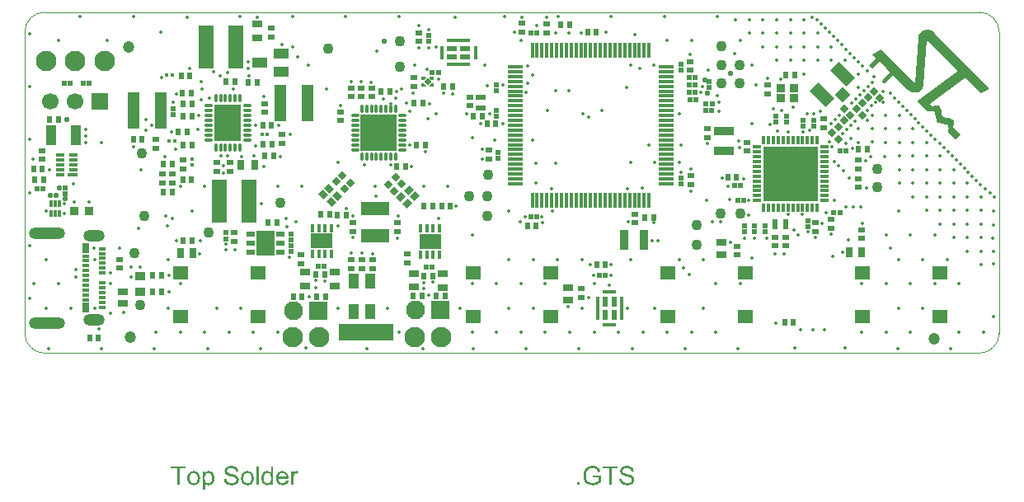
<source format=gts>
G04*
G04 #@! TF.GenerationSoftware,Altium Limited,Altium Designer,24.2.2 (26)*
G04*
G04 Layer_Color=8388736*
%FSLAX43Y43*%
%MOMM*%
G71*
G04*
G04 #@! TF.SameCoordinates,4F7CD7CC-9D04-48A1-B46F-AFD2B6BA45A4*
G04*
G04*
G04 #@! TF.FilePolarity,Negative*
G04*
G01*
G75*
%ADD14C,0.100*%
%ADD15R,5.600X1.750*%
%ADD16R,1.850X2.600*%
%ADD17R,0.900X0.500*%
%ADD18R,2.300X1.500*%
%ADD19R,0.450X0.950*%
%ADD20R,1.575X0.400*%
%ADD21R,0.400X1.575*%
%ADD22R,0.600X0.500*%
G04:AMPARAMS|DCode=23|XSize=0.4mm|YSize=1mm|CornerRadius=0mm|HoleSize=0mm|Usage=FLASHONLY|Rotation=315.000|XOffset=0mm|YOffset=0mm|HoleType=Round|Shape=Rectangle|*
%AMROTATEDRECTD23*
4,1,4,-0.495,-0.212,0.212,0.495,0.495,0.212,-0.212,-0.495,-0.495,-0.212,0.0*
%
%ADD23ROTATEDRECTD23*%

G04:AMPARAMS|DCode=24|XSize=0.66mm|YSize=0.61mm|CornerRadius=0mm|HoleSize=0mm|Usage=FLASHONLY|Rotation=225.000|XOffset=0mm|YOffset=0mm|HoleType=Round|Shape=Rectangle|*
%AMROTATEDRECTD24*
4,1,4,0.018,0.449,0.449,0.018,-0.018,-0.449,-0.449,-0.018,0.018,0.449,0.0*
%
%ADD24ROTATEDRECTD24*%

G04:AMPARAMS|DCode=25|XSize=0.8mm|YSize=0.61mm|CornerRadius=0mm|HoleSize=0mm|Usage=FLASHONLY|Rotation=225.000|XOffset=0mm|YOffset=0mm|HoleType=Round|Shape=Rectangle|*
%AMROTATEDRECTD25*
4,1,4,0.067,0.499,0.499,0.067,-0.067,-0.499,-0.499,-0.067,0.067,0.499,0.0*
%
%ADD25ROTATEDRECTD25*%

%ADD26R,0.660X0.610*%
%ADD27R,0.800X0.610*%
%ADD28R,0.610X0.800*%
%ADD29C,1.100*%
%ADD30R,1.000X0.800*%
%ADD31R,0.500X0.600*%
%ADD32R,0.740X0.990*%
%ADD33R,0.990X0.740*%
%ADD34R,1.650X1.400*%
%ADD35R,1.500X1.100*%
%ADD36R,0.800X0.400*%
%ADD37R,0.800X1.000*%
%ADD38R,0.610X0.660*%
%ADD39R,1.000X0.650*%
%ADD40R,1.050X0.500*%
%ADD41R,0.450X1.400*%
%ADD42R,2.400X0.450*%
%ADD43R,0.500X1.050*%
%ADD44R,1.400X0.450*%
%ADD45R,0.450X2.400*%
%ADD46R,0.300X0.800*%
%ADD47R,1.100X0.600*%
%ADD48R,2.900X1.450*%
%ADD49R,3.800X3.800*%
%ADD50O,0.850X0.400*%
%ADD51O,0.400X0.850*%
%ADD52R,0.900X2.100*%
G04:AMPARAMS|DCode=53|XSize=0.8mm|YSize=0.61mm|CornerRadius=0mm|HoleSize=0mm|Usage=FLASHONLY|Rotation=135.000|XOffset=0mm|YOffset=0mm|HoleType=Round|Shape=Rectangle|*
%AMROTATEDRECTD53*
4,1,4,0.499,-0.067,0.067,-0.499,-0.499,0.067,-0.067,0.499,0.499,-0.067,0.0*
%
%ADD53ROTATEDRECTD53*%

G04:AMPARAMS|DCode=54|XSize=0.66mm|YSize=0.61mm|CornerRadius=0mm|HoleSize=0mm|Usage=FLASHONLY|Rotation=135.000|XOffset=0mm|YOffset=0mm|HoleType=Round|Shape=Rectangle|*
%AMROTATEDRECTD54*
4,1,4,0.449,-0.018,0.018,-0.449,-0.449,0.018,-0.018,0.449,0.449,-0.018,0.0*
%
%ADD54ROTATEDRECTD54*%

%ADD55R,2.750X3.750*%
%ADD56O,0.350X0.950*%
%ADD57O,0.950X0.350*%
%ADD58R,0.450X0.450*%
%ADD59R,1.300X3.800*%
%ADD60R,0.450X0.450*%
%ADD61R,1.600X4.500*%
%ADD62P,0.841X4X360.0*%
%ADD63R,1.000X1.600*%
%ADD64R,1.100X0.400*%
%ADD65R,0.950X0.400*%
%ADD66R,1.100X2.000*%
%ADD67R,0.400X0.850*%
%ADD68R,0.650X1.000*%
%ADD69P,1.556X4X90.0*%
G04:AMPARAMS|DCode=70|XSize=1.2mm|YSize=2.3mm|CornerRadius=0mm|HoleSize=0mm|Usage=FLASHONLY|Rotation=45.000|XOffset=0mm|YOffset=0mm|HoleType=Round|Shape=Rectangle|*
%AMROTATEDRECTD70*
4,1,4,0.389,-1.237,-1.237,0.389,-0.389,1.237,1.237,-0.389,0.389,-1.237,0.0*
%
%ADD70ROTATEDRECTD70*%

%ADD71C,1.200*%
%ADD72R,0.900X0.900*%
%ADD73R,0.900X0.900*%
%ADD74R,0.600X1.100*%
%ADD75R,2.100X0.900*%
%ADD76R,1.050X0.900*%
%ADD77R,0.950X0.850*%
%ADD78R,5.700X5.700*%
%ADD79R,0.850X0.400*%
%ADD80C,1.700*%
%ADD81R,1.700X1.700*%
%ADD82C,2.100*%
%ADD83R,1.950X1.950*%
%ADD84C,1.950*%
%ADD85O,2.200X1.200*%
%ADD86O,2.700X1.200*%
%ADD87O,3.700X1.200*%
%ADD88C,0.100*%
%ADD89C,0.350*%
%ADD90C,0.550*%
%ADD91C,0.400*%
G36*
X41957Y28354D02*
X41964Y28352D01*
X41971Y28349D01*
X41977Y28344D01*
X41981Y28338D01*
X41985Y28332D01*
X41987Y28325D01*
X41988Y28317D01*
Y28058D01*
X41987Y28050D01*
X41985Y28043D01*
X41981Y28037D01*
X41977Y28031D01*
X41971Y28026D01*
X41964Y28023D01*
X41957Y28021D01*
X41950Y28020D01*
X41740D01*
X41733Y28021D01*
X41726Y28023D01*
X41719Y28026D01*
X41713Y28031D01*
X41533Y28211D01*
X41529Y28217D01*
X41525Y28223D01*
X41523Y28230D01*
X41522Y28237D01*
Y28317D01*
X41523Y28325D01*
X41525Y28332D01*
X41529Y28338D01*
X41533Y28344D01*
X41539Y28349D01*
X41546Y28352D01*
X41553Y28354D01*
X41560Y28355D01*
X41950D01*
X41957Y28354D01*
D02*
G37*
G36*
X41147D02*
X41154Y28352D01*
X41161Y28349D01*
X41167Y28344D01*
X41171Y28338D01*
X41175Y28332D01*
X41177Y28325D01*
X41178Y28317D01*
Y28237D01*
X41177Y28230D01*
X41175Y28223D01*
X41171Y28217D01*
X41167Y28211D01*
X40987Y28031D01*
X40981Y28026D01*
X40974Y28023D01*
X40967Y28021D01*
X40960Y28020D01*
X40750D01*
X40743Y28021D01*
X40736Y28023D01*
X40729Y28026D01*
X40723Y28031D01*
X40719Y28037D01*
X40715Y28043D01*
X40713Y28050D01*
X40712Y28058D01*
Y28317D01*
X40713Y28325D01*
X40715Y28332D01*
X40719Y28338D01*
X40723Y28344D01*
X40729Y28349D01*
X40736Y28352D01*
X40743Y28354D01*
X40750Y28355D01*
X41140D01*
X41147Y28354D01*
D02*
G37*
G36*
X41957Y27704D02*
X41964Y27702D01*
X41971Y27699D01*
X41977Y27694D01*
X41981Y27688D01*
X41985Y27682D01*
X41987Y27675D01*
X41988Y27667D01*
Y27407D01*
X41987Y27400D01*
X41985Y27393D01*
X41981Y27387D01*
X41977Y27381D01*
X41971Y27376D01*
X41964Y27373D01*
X41957Y27371D01*
X41950Y27370D01*
X41560D01*
X41553Y27371D01*
X41546Y27373D01*
X41539Y27376D01*
X41533Y27381D01*
X41529Y27387D01*
X41525Y27393D01*
X41523Y27400D01*
X41522Y27407D01*
Y27487D01*
X41523Y27495D01*
X41525Y27502D01*
X41529Y27508D01*
X41533Y27514D01*
X41713Y27694D01*
X41719Y27699D01*
X41726Y27702D01*
X41733Y27704D01*
X41740Y27705D01*
X41950D01*
X41957Y27704D01*
D02*
G37*
G36*
X40967D02*
X40974Y27702D01*
X40981Y27699D01*
X40987Y27694D01*
X41167Y27514D01*
X41171Y27508D01*
X41175Y27502D01*
X41177Y27495D01*
X41178Y27487D01*
Y27407D01*
X41177Y27400D01*
X41175Y27393D01*
X41171Y27387D01*
X41167Y27381D01*
X41161Y27376D01*
X41154Y27373D01*
X41147Y27371D01*
X41140Y27370D01*
X40750D01*
X40743Y27371D01*
X40736Y27373D01*
X40729Y27376D01*
X40723Y27381D01*
X40719Y27387D01*
X40715Y27393D01*
X40713Y27400D01*
X40712Y27407D01*
Y27667D01*
X40713Y27675D01*
X40715Y27682D01*
X40719Y27688D01*
X40723Y27694D01*
X40729Y27699D01*
X40736Y27702D01*
X40743Y27704D01*
X40750Y27705D01*
X40960D01*
X40967Y27704D01*
D02*
G37*
G36*
X92847Y33206D02*
X93114Y33106D01*
X93339Y32929D01*
X93419Y32811D01*
X93419Y32811D01*
X99076Y27154D01*
X98163Y26653D01*
X96551Y28265D01*
X92961Y25633D01*
X93227Y25366D01*
X93436Y25411D01*
X93631Y25437D01*
X93721Y25439D01*
X93802Y25428D01*
X93874Y25405D01*
X93934Y25366D01*
X94006Y25271D01*
X94055Y25142D01*
X94111Y24836D01*
X94135Y24680D01*
X94167Y24535D01*
X94215Y24408D01*
X94288Y24305D01*
X94390Y24233D01*
X94518Y24185D01*
X94663Y24153D01*
X94818Y24129D01*
X95125Y24072D01*
X95253Y24024D01*
X95349Y23952D01*
X95388Y23891D01*
X95411Y23819D01*
X95421Y23738D01*
X95420Y23649D01*
X95393Y23453D01*
X95349Y23245D01*
X96124Y22469D01*
X95558Y21904D01*
X94783Y22679D01*
X94827Y22887D01*
X94854Y23083D01*
X94855Y23172D01*
X94845Y23254D01*
X94822Y23325D01*
X94783Y23386D01*
X94687Y23458D01*
X94559Y23506D01*
X94253Y23563D01*
X94097Y23587D01*
X93952Y23619D01*
X93825Y23667D01*
X93722Y23740D01*
X93650Y23842D01*
X93602Y23969D01*
X93570Y24115D01*
X93545Y24270D01*
X93489Y24577D01*
X93441Y24705D01*
X93369Y24800D01*
X93308Y24839D01*
X93236Y24863D01*
X93155Y24873D01*
X93066Y24872D01*
X92870Y24845D01*
X92662Y24800D01*
X91601Y25861D01*
X95844Y28972D01*
X92569Y32199D01*
X92288Y27578D01*
X92271Y27437D01*
X92155Y27177D01*
X91967Y26964D01*
X91724Y26816D01*
X91448Y26747D01*
X91163Y26763D01*
X90897Y26863D01*
X90672Y27037D01*
X90591Y27154D01*
X89177Y28568D01*
X88328Y27720D01*
X88224Y27724D01*
X88049Y27899D01*
X88045Y28003D01*
X88894Y28851D01*
X88469Y29275D01*
X87746Y29999D01*
X87000Y29260D01*
X86743Y29517D01*
X87482Y30263D01*
X87055Y30690D01*
X87975Y31185D01*
X91439Y27720D01*
X91742Y32366D01*
X91753Y32509D01*
X91861Y32774D01*
X92044Y32994D01*
X92285Y33147D01*
X92561Y33221D01*
X92847Y33206D01*
D02*
G37*
G36*
X61860Y-11586D02*
X61880D01*
X61933Y-11592D01*
X61991Y-11600D01*
X62052Y-11614D01*
X62119Y-11631D01*
X62180Y-11653D01*
X62182D01*
X62188Y-11656D01*
X62196Y-11661D01*
X62207Y-11667D01*
X62235Y-11681D01*
X62271Y-11706D01*
X62313Y-11733D01*
X62355Y-11769D01*
X62393Y-11811D01*
X62430Y-11858D01*
Y-11861D01*
X62432Y-11864D01*
X62438Y-11872D01*
X62443Y-11881D01*
X62457Y-11908D01*
X62474Y-11944D01*
X62493Y-11989D01*
X62507Y-12042D01*
X62521Y-12097D01*
X62527Y-12158D01*
X62282Y-12178D01*
Y-12175D01*
Y-12169D01*
X62280Y-12161D01*
X62277Y-12147D01*
X62269Y-12116D01*
X62257Y-12075D01*
X62241Y-12030D01*
X62216Y-11986D01*
X62185Y-11944D01*
X62146Y-11906D01*
X62141Y-11903D01*
X62127Y-11892D01*
X62099Y-11875D01*
X62063Y-11858D01*
X62016Y-11842D01*
X61960Y-11825D01*
X61891Y-11814D01*
X61813Y-11811D01*
X61774D01*
X61758Y-11814D01*
X61735Y-11817D01*
X61686Y-11822D01*
X61630Y-11833D01*
X61574Y-11847D01*
X61522Y-11869D01*
X61500Y-11883D01*
X61477Y-11897D01*
X61472Y-11900D01*
X61461Y-11911D01*
X61444Y-11930D01*
X61427Y-11953D01*
X61408Y-11983D01*
X61391Y-12017D01*
X61380Y-12055D01*
X61375Y-12100D01*
Y-12105D01*
Y-12116D01*
X61377Y-12136D01*
X61383Y-12158D01*
X61391Y-12186D01*
X61405Y-12214D01*
X61422Y-12241D01*
X61447Y-12269D01*
X61450Y-12272D01*
X61463Y-12280D01*
X61475Y-12289D01*
X61486Y-12294D01*
X61502Y-12302D01*
X61522Y-12314D01*
X61547Y-12322D01*
X61574Y-12333D01*
X61605Y-12344D01*
X61641Y-12358D01*
X61680Y-12369D01*
X61724Y-12383D01*
X61774Y-12394D01*
X61830Y-12408D01*
X61833D01*
X61844Y-12411D01*
X61860Y-12414D01*
X61880Y-12419D01*
X61905Y-12425D01*
X61935Y-12433D01*
X61966Y-12441D01*
X61999Y-12450D01*
X62071Y-12469D01*
X62141Y-12489D01*
X62174Y-12500D01*
X62205Y-12511D01*
X62232Y-12519D01*
X62255Y-12530D01*
X62257D01*
X62263Y-12533D01*
X62271Y-12538D01*
X62282Y-12544D01*
X62313Y-12561D01*
X62349Y-12583D01*
X62391Y-12613D01*
X62432Y-12647D01*
X62471Y-12686D01*
X62504Y-12727D01*
X62507Y-12733D01*
X62518Y-12747D01*
X62529Y-12772D01*
X62546Y-12805D01*
X62560Y-12844D01*
X62574Y-12891D01*
X62582Y-12944D01*
X62585Y-12999D01*
Y-13002D01*
Y-13005D01*
Y-13013D01*
Y-13024D01*
X62579Y-13055D01*
X62574Y-13094D01*
X62563Y-13138D01*
X62549Y-13185D01*
X62527Y-13235D01*
X62496Y-13288D01*
Y-13291D01*
X62493Y-13294D01*
X62479Y-13310D01*
X62460Y-13335D01*
X62432Y-13363D01*
X62396Y-13396D01*
X62352Y-13432D01*
X62302Y-13466D01*
X62244Y-13496D01*
X62241D01*
X62235Y-13499D01*
X62227Y-13502D01*
X62216Y-13507D01*
X62199Y-13513D01*
X62180Y-13521D01*
X62135Y-13532D01*
X62083Y-13546D01*
X62019Y-13560D01*
X61949Y-13568D01*
X61874Y-13571D01*
X61830D01*
X61808Y-13568D01*
X61783D01*
X61755Y-13566D01*
X61722Y-13563D01*
X61652Y-13552D01*
X61580Y-13541D01*
X61508Y-13521D01*
X61438Y-13496D01*
X61436D01*
X61430Y-13493D01*
X61422Y-13488D01*
X61411Y-13482D01*
X61377Y-13466D01*
X61338Y-13441D01*
X61294Y-13407D01*
X61247Y-13369D01*
X61202Y-13321D01*
X61161Y-13269D01*
Y-13266D01*
X61155Y-13260D01*
X61152Y-13252D01*
X61144Y-13241D01*
X61139Y-13227D01*
X61130Y-13210D01*
X61111Y-13169D01*
X61091Y-13116D01*
X61075Y-13058D01*
X61064Y-12991D01*
X61058Y-12922D01*
X61297Y-12899D01*
Y-12902D01*
Y-12905D01*
X61300Y-12913D01*
Y-12924D01*
X61305Y-12949D01*
X61313Y-12985D01*
X61325Y-13022D01*
X61336Y-13063D01*
X61355Y-13102D01*
X61375Y-13138D01*
X61377Y-13141D01*
X61386Y-13152D01*
X61400Y-13171D01*
X61422Y-13191D01*
X61450Y-13216D01*
X61480Y-13241D01*
X61522Y-13266D01*
X61566Y-13288D01*
X61569D01*
X61572Y-13291D01*
X61580Y-13294D01*
X61588Y-13296D01*
X61616Y-13305D01*
X61652Y-13316D01*
X61697Y-13327D01*
X61747Y-13335D01*
X61802Y-13341D01*
X61863Y-13344D01*
X61888D01*
X61916Y-13341D01*
X61949Y-13338D01*
X61988Y-13332D01*
X62033Y-13327D01*
X62077Y-13316D01*
X62119Y-13302D01*
X62124Y-13299D01*
X62138Y-13294D01*
X62157Y-13283D01*
X62182Y-13271D01*
X62207Y-13252D01*
X62235Y-13233D01*
X62263Y-13210D01*
X62285Y-13183D01*
X62288Y-13180D01*
X62293Y-13169D01*
X62302Y-13155D01*
X62313Y-13133D01*
X62324Y-13110D01*
X62332Y-13083D01*
X62338Y-13052D01*
X62341Y-13019D01*
Y-13016D01*
Y-13002D01*
X62338Y-12985D01*
X62335Y-12963D01*
X62327Y-12941D01*
X62318Y-12913D01*
X62305Y-12886D01*
X62285Y-12861D01*
X62282Y-12858D01*
X62274Y-12849D01*
X62263Y-12838D01*
X62244Y-12822D01*
X62221Y-12805D01*
X62191Y-12786D01*
X62155Y-12766D01*
X62113Y-12749D01*
X62110Y-12747D01*
X62096Y-12744D01*
X62074Y-12736D01*
X62060Y-12733D01*
X62041Y-12727D01*
X62021Y-12719D01*
X61996Y-12713D01*
X61969Y-12705D01*
X61935Y-12697D01*
X61902Y-12688D01*
X61863Y-12677D01*
X61819Y-12666D01*
X61772Y-12655D01*
X61769D01*
X61760Y-12652D01*
X61747Y-12650D01*
X61730Y-12644D01*
X61708Y-12638D01*
X61683Y-12633D01*
X61627Y-12616D01*
X61566Y-12597D01*
X61502Y-12577D01*
X61447Y-12558D01*
X61422Y-12547D01*
X61400Y-12536D01*
X61397D01*
X61394Y-12533D01*
X61377Y-12522D01*
X61352Y-12508D01*
X61325Y-12486D01*
X61291Y-12461D01*
X61258Y-12430D01*
X61225Y-12394D01*
X61197Y-12355D01*
X61194Y-12350D01*
X61186Y-12336D01*
X61175Y-12314D01*
X61164Y-12286D01*
X61152Y-12250D01*
X61141Y-12208D01*
X61133Y-12164D01*
X61130Y-12116D01*
Y-12114D01*
Y-12111D01*
Y-12103D01*
Y-12092D01*
X61136Y-12064D01*
X61141Y-12028D01*
X61150Y-11986D01*
X61164Y-11939D01*
X61183Y-11892D01*
X61211Y-11844D01*
Y-11842D01*
X61214Y-11839D01*
X61227Y-11822D01*
X61247Y-11800D01*
X61272Y-11772D01*
X61305Y-11742D01*
X61347Y-11708D01*
X61397Y-11678D01*
X61452Y-11650D01*
X61455D01*
X61461Y-11647D01*
X61469Y-11645D01*
X61480Y-11639D01*
X61494Y-11633D01*
X61513Y-11628D01*
X61555Y-11617D01*
X61608Y-11606D01*
X61669Y-11595D01*
X61733Y-11586D01*
X61805Y-11583D01*
X61841D01*
X61860Y-11586D01*
D02*
G37*
G36*
X21246D02*
X21265D01*
X21318Y-11592D01*
X21376Y-11600D01*
X21437Y-11614D01*
X21504Y-11631D01*
X21565Y-11653D01*
X21568D01*
X21573Y-11656D01*
X21581Y-11661D01*
X21593Y-11667D01*
X21620Y-11681D01*
X21656Y-11706D01*
X21698Y-11733D01*
X21740Y-11769D01*
X21779Y-11811D01*
X21815Y-11858D01*
Y-11861D01*
X21817Y-11864D01*
X21823Y-11872D01*
X21829Y-11881D01*
X21842Y-11908D01*
X21859Y-11944D01*
X21879Y-11989D01*
X21892Y-12042D01*
X21906Y-12097D01*
X21912Y-12158D01*
X21668Y-12178D01*
Y-12175D01*
Y-12169D01*
X21665Y-12161D01*
X21662Y-12147D01*
X21654Y-12116D01*
X21643Y-12075D01*
X21626Y-12030D01*
X21601Y-11986D01*
X21570Y-11944D01*
X21532Y-11906D01*
X21526Y-11903D01*
X21512Y-11892D01*
X21484Y-11875D01*
X21448Y-11858D01*
X21401Y-11842D01*
X21346Y-11825D01*
X21276Y-11814D01*
X21198Y-11811D01*
X21160D01*
X21143Y-11814D01*
X21121Y-11817D01*
X21071Y-11822D01*
X21015Y-11833D01*
X20960Y-11847D01*
X20907Y-11869D01*
X20885Y-11883D01*
X20862Y-11897D01*
X20857Y-11900D01*
X20846Y-11911D01*
X20829Y-11930D01*
X20812Y-11953D01*
X20793Y-11983D01*
X20776Y-12017D01*
X20765Y-12055D01*
X20760Y-12100D01*
Y-12105D01*
Y-12116D01*
X20763Y-12136D01*
X20768Y-12158D01*
X20776Y-12186D01*
X20790Y-12214D01*
X20807Y-12241D01*
X20832Y-12269D01*
X20835Y-12272D01*
X20849Y-12280D01*
X20860Y-12289D01*
X20871Y-12294D01*
X20887Y-12302D01*
X20907Y-12314D01*
X20932Y-12322D01*
X20960Y-12333D01*
X20990Y-12344D01*
X21026Y-12358D01*
X21065Y-12369D01*
X21110Y-12383D01*
X21160Y-12394D01*
X21215Y-12408D01*
X21218D01*
X21229Y-12411D01*
X21246Y-12414D01*
X21265Y-12419D01*
X21290Y-12425D01*
X21321Y-12433D01*
X21351Y-12441D01*
X21384Y-12450D01*
X21457Y-12469D01*
X21526Y-12489D01*
X21559Y-12500D01*
X21590Y-12511D01*
X21618Y-12519D01*
X21640Y-12530D01*
X21643D01*
X21648Y-12533D01*
X21656Y-12538D01*
X21668Y-12544D01*
X21698Y-12561D01*
X21734Y-12583D01*
X21776Y-12613D01*
X21817Y-12647D01*
X21856Y-12686D01*
X21890Y-12727D01*
X21892Y-12733D01*
X21904Y-12747D01*
X21915Y-12772D01*
X21931Y-12805D01*
X21945Y-12844D01*
X21959Y-12891D01*
X21967Y-12944D01*
X21970Y-12999D01*
Y-13002D01*
Y-13005D01*
Y-13013D01*
Y-13024D01*
X21965Y-13055D01*
X21959Y-13094D01*
X21948Y-13138D01*
X21934Y-13185D01*
X21912Y-13235D01*
X21881Y-13288D01*
Y-13291D01*
X21879Y-13294D01*
X21865Y-13310D01*
X21845Y-13335D01*
X21817Y-13363D01*
X21781Y-13396D01*
X21737Y-13432D01*
X21687Y-13466D01*
X21629Y-13496D01*
X21626D01*
X21620Y-13499D01*
X21612Y-13502D01*
X21601Y-13507D01*
X21584Y-13513D01*
X21565Y-13521D01*
X21520Y-13532D01*
X21468Y-13546D01*
X21404Y-13560D01*
X21334Y-13568D01*
X21259Y-13571D01*
X21215D01*
X21193Y-13568D01*
X21168D01*
X21140Y-13566D01*
X21107Y-13563D01*
X21037Y-13552D01*
X20965Y-13541D01*
X20893Y-13521D01*
X20824Y-13496D01*
X20821D01*
X20815Y-13493D01*
X20807Y-13488D01*
X20796Y-13482D01*
X20763Y-13466D01*
X20724Y-13441D01*
X20679Y-13407D01*
X20632Y-13369D01*
X20588Y-13321D01*
X20546Y-13269D01*
Y-13266D01*
X20540Y-13260D01*
X20538Y-13252D01*
X20529Y-13241D01*
X20524Y-13227D01*
X20515Y-13210D01*
X20496Y-13169D01*
X20477Y-13116D01*
X20460Y-13058D01*
X20449Y-12991D01*
X20443Y-12922D01*
X20682Y-12899D01*
Y-12902D01*
Y-12905D01*
X20685Y-12913D01*
Y-12924D01*
X20690Y-12949D01*
X20699Y-12985D01*
X20710Y-13022D01*
X20721Y-13063D01*
X20740Y-13102D01*
X20760Y-13138D01*
X20763Y-13141D01*
X20771Y-13152D01*
X20785Y-13171D01*
X20807Y-13191D01*
X20835Y-13216D01*
X20865Y-13241D01*
X20907Y-13266D01*
X20951Y-13288D01*
X20954D01*
X20957Y-13291D01*
X20965Y-13294D01*
X20973Y-13296D01*
X21001Y-13305D01*
X21037Y-13316D01*
X21082Y-13327D01*
X21132Y-13335D01*
X21187Y-13341D01*
X21248Y-13344D01*
X21273D01*
X21301Y-13341D01*
X21334Y-13338D01*
X21373Y-13332D01*
X21418Y-13327D01*
X21462Y-13316D01*
X21504Y-13302D01*
X21509Y-13299D01*
X21523Y-13294D01*
X21543Y-13283D01*
X21568Y-13271D01*
X21593Y-13252D01*
X21620Y-13233D01*
X21648Y-13210D01*
X21670Y-13183D01*
X21673Y-13180D01*
X21679Y-13169D01*
X21687Y-13155D01*
X21698Y-13133D01*
X21709Y-13110D01*
X21718Y-13083D01*
X21723Y-13052D01*
X21726Y-13019D01*
Y-13016D01*
Y-13002D01*
X21723Y-12985D01*
X21720Y-12963D01*
X21712Y-12941D01*
X21704Y-12913D01*
X21690Y-12886D01*
X21670Y-12861D01*
X21668Y-12858D01*
X21659Y-12849D01*
X21648Y-12838D01*
X21629Y-12822D01*
X21606Y-12805D01*
X21576Y-12786D01*
X21540Y-12766D01*
X21498Y-12749D01*
X21495Y-12747D01*
X21482Y-12744D01*
X21459Y-12736D01*
X21445Y-12733D01*
X21426Y-12727D01*
X21407Y-12719D01*
X21382Y-12713D01*
X21354Y-12705D01*
X21321Y-12697D01*
X21287Y-12688D01*
X21248Y-12677D01*
X21204Y-12666D01*
X21157Y-12655D01*
X21154D01*
X21146Y-12652D01*
X21132Y-12650D01*
X21115Y-12644D01*
X21093Y-12638D01*
X21068Y-12633D01*
X21012Y-12616D01*
X20951Y-12597D01*
X20887Y-12577D01*
X20832Y-12558D01*
X20807Y-12547D01*
X20785Y-12536D01*
X20782D01*
X20779Y-12533D01*
X20763Y-12522D01*
X20738Y-12508D01*
X20710Y-12486D01*
X20676Y-12461D01*
X20643Y-12430D01*
X20610Y-12394D01*
X20582Y-12355D01*
X20579Y-12350D01*
X20571Y-12336D01*
X20560Y-12314D01*
X20549Y-12286D01*
X20538Y-12250D01*
X20527Y-12208D01*
X20518Y-12164D01*
X20515Y-12116D01*
Y-12114D01*
Y-12111D01*
Y-12103D01*
Y-12092D01*
X20521Y-12064D01*
X20527Y-12028D01*
X20535Y-11986D01*
X20549Y-11939D01*
X20568Y-11892D01*
X20596Y-11844D01*
Y-11842D01*
X20599Y-11839D01*
X20613Y-11822D01*
X20632Y-11800D01*
X20657Y-11772D01*
X20690Y-11742D01*
X20732Y-11708D01*
X20782Y-11678D01*
X20837Y-11650D01*
X20840D01*
X20846Y-11647D01*
X20854Y-11645D01*
X20865Y-11639D01*
X20879Y-11633D01*
X20899Y-11628D01*
X20940Y-11617D01*
X20993Y-11606D01*
X21054Y-11595D01*
X21118Y-11586D01*
X21190Y-11583D01*
X21226D01*
X21246Y-11586D01*
D02*
G37*
G36*
X58362D02*
X58385D01*
X58437Y-11592D01*
X58496Y-11600D01*
X58557Y-11614D01*
X58623Y-11631D01*
X58687Y-11653D01*
X58690D01*
X58696Y-11656D01*
X58704Y-11658D01*
X58715Y-11664D01*
X58745Y-11681D01*
X58784Y-11700D01*
X58826Y-11728D01*
X58870Y-11761D01*
X58912Y-11797D01*
X58951Y-11842D01*
X58956Y-11847D01*
X58968Y-11864D01*
X58984Y-11889D01*
X59006Y-11925D01*
X59029Y-11969D01*
X59054Y-12025D01*
X59079Y-12086D01*
X59098Y-12155D01*
X58868Y-12216D01*
Y-12214D01*
X58865Y-12211D01*
X58862Y-12203D01*
X58859Y-12191D01*
X58851Y-12166D01*
X58840Y-12133D01*
X58823Y-12094D01*
X58804Y-12058D01*
X58784Y-12019D01*
X58759Y-11986D01*
X58757Y-11983D01*
X58748Y-11972D01*
X58732Y-11958D01*
X58712Y-11939D01*
X58687Y-11917D01*
X58654Y-11894D01*
X58618Y-11872D01*
X58576Y-11853D01*
X58571Y-11850D01*
X58557Y-11844D01*
X58532Y-11836D01*
X58498Y-11825D01*
X58460Y-11817D01*
X58415Y-11808D01*
X58365Y-11803D01*
X58312Y-11800D01*
X58282D01*
X58268Y-11803D01*
X58251D01*
X58210Y-11806D01*
X58162Y-11814D01*
X58110Y-11822D01*
X58060Y-11836D01*
X58010Y-11856D01*
X58004Y-11858D01*
X57988Y-11864D01*
X57965Y-11878D01*
X57938Y-11892D01*
X57904Y-11914D01*
X57868Y-11936D01*
X57835Y-11964D01*
X57804Y-11994D01*
X57802Y-11997D01*
X57790Y-12008D01*
X57777Y-12028D01*
X57760Y-12050D01*
X57740Y-12078D01*
X57721Y-12111D01*
X57702Y-12147D01*
X57682Y-12186D01*
Y-12189D01*
X57679Y-12194D01*
X57677Y-12203D01*
X57671Y-12216D01*
X57666Y-12233D01*
X57660Y-12253D01*
X57652Y-12275D01*
X57646Y-12300D01*
X57632Y-12358D01*
X57621Y-12425D01*
X57613Y-12494D01*
X57610Y-12572D01*
Y-12575D01*
Y-12583D01*
Y-12597D01*
X57613Y-12613D01*
Y-12636D01*
X57616Y-12663D01*
X57618Y-12691D01*
X57621Y-12722D01*
X57632Y-12791D01*
X57646Y-12863D01*
X57668Y-12935D01*
X57696Y-13005D01*
Y-13008D01*
X57702Y-13013D01*
X57704Y-13022D01*
X57713Y-13033D01*
X57732Y-13063D01*
X57763Y-13102D01*
X57799Y-13144D01*
X57843Y-13185D01*
X57896Y-13224D01*
X57954Y-13260D01*
X57957D01*
X57963Y-13263D01*
X57971Y-13269D01*
X57985Y-13274D01*
X57999Y-13280D01*
X58018Y-13285D01*
X58063Y-13302D01*
X58118Y-13316D01*
X58179Y-13330D01*
X58246Y-13341D01*
X58315Y-13344D01*
X58343D01*
X58360Y-13341D01*
X58376D01*
X58418Y-13335D01*
X58468Y-13330D01*
X58521Y-13319D01*
X58579Y-13302D01*
X58637Y-13283D01*
X58640D01*
X58646Y-13280D01*
X58651Y-13277D01*
X58662Y-13271D01*
X58693Y-13258D01*
X58726Y-13241D01*
X58765Y-13221D01*
X58807Y-13199D01*
X58845Y-13174D01*
X58879Y-13146D01*
Y-12786D01*
X58312D01*
Y-12558D01*
X59129D01*
Y-13271D01*
X59126Y-13274D01*
X59120Y-13277D01*
X59109Y-13285D01*
X59095Y-13296D01*
X59079Y-13307D01*
X59059Y-13321D01*
X59034Y-13338D01*
X59009Y-13355D01*
X58951Y-13391D01*
X58884Y-13430D01*
X58815Y-13466D01*
X58740Y-13496D01*
X58737D01*
X58732Y-13499D01*
X58721Y-13502D01*
X58707Y-13507D01*
X58687Y-13513D01*
X58665Y-13521D01*
X58640Y-13527D01*
X58615Y-13532D01*
X58554Y-13546D01*
X58485Y-13560D01*
X58410Y-13568D01*
X58332Y-13571D01*
X58304D01*
X58285Y-13568D01*
X58260D01*
X58229Y-13566D01*
X58196Y-13560D01*
X58160Y-13557D01*
X58079Y-13541D01*
X57993Y-13521D01*
X57904Y-13491D01*
X57860Y-13474D01*
X57815Y-13452D01*
X57813Y-13449D01*
X57804Y-13446D01*
X57793Y-13438D01*
X57777Y-13430D01*
X57757Y-13416D01*
X57738Y-13402D01*
X57685Y-13363D01*
X57629Y-13313D01*
X57571Y-13252D01*
X57516Y-13183D01*
X57466Y-13102D01*
Y-13099D01*
X57460Y-13091D01*
X57455Y-13080D01*
X57446Y-13060D01*
X57438Y-13041D01*
X57430Y-13013D01*
X57418Y-12985D01*
X57407Y-12952D01*
X57396Y-12916D01*
X57385Y-12874D01*
X57377Y-12833D01*
X57368Y-12788D01*
X57355Y-12691D01*
X57349Y-12588D01*
Y-12586D01*
Y-12575D01*
Y-12561D01*
X57352Y-12541D01*
Y-12516D01*
X57355Y-12486D01*
X57360Y-12455D01*
X57363Y-12419D01*
X57371Y-12380D01*
X57377Y-12339D01*
X57399Y-12250D01*
X57427Y-12158D01*
X57466Y-12067D01*
X57468Y-12064D01*
X57471Y-12055D01*
X57477Y-12044D01*
X57488Y-12028D01*
X57499Y-12005D01*
X57513Y-11983D01*
X57552Y-11930D01*
X57599Y-11869D01*
X57657Y-11811D01*
X57724Y-11753D01*
X57763Y-11728D01*
X57802Y-11703D01*
X57804Y-11700D01*
X57813Y-11697D01*
X57824Y-11692D01*
X57840Y-11683D01*
X57863Y-11675D01*
X57888Y-11664D01*
X57915Y-11653D01*
X57949Y-11642D01*
X57985Y-11631D01*
X58024Y-11622D01*
X58065Y-11611D01*
X58110Y-11603D01*
X58207Y-11589D01*
X58257Y-11583D01*
X58346D01*
X58362Y-11586D01*
D02*
G37*
G36*
X25499Y-13538D02*
X25279D01*
Y-13363D01*
X25277Y-13366D01*
X25274Y-13371D01*
X25266Y-13382D01*
X25254Y-13396D01*
X25241Y-13410D01*
X25224Y-13427D01*
X25204Y-13446D01*
X25179Y-13466D01*
X25154Y-13485D01*
X25127Y-13505D01*
X25093Y-13521D01*
X25057Y-13535D01*
X25021Y-13549D01*
X24980Y-13560D01*
X24935Y-13566D01*
X24888Y-13568D01*
X24871D01*
X24860Y-13566D01*
X24827Y-13563D01*
X24788Y-13557D01*
X24741Y-13546D01*
X24688Y-13530D01*
X24635Y-13507D01*
X24583Y-13477D01*
X24580D01*
X24577Y-13471D01*
X24560Y-13460D01*
X24535Y-13438D01*
X24505Y-13410D01*
X24469Y-13374D01*
X24433Y-13330D01*
X24397Y-13280D01*
X24366Y-13221D01*
Y-13219D01*
X24363Y-13213D01*
X24360Y-13205D01*
X24355Y-13194D01*
X24349Y-13177D01*
X24341Y-13158D01*
X24336Y-13138D01*
X24330Y-13113D01*
X24316Y-13058D01*
X24302Y-12994D01*
X24294Y-12922D01*
X24291Y-12844D01*
Y-12841D01*
Y-12836D01*
Y-12824D01*
Y-12808D01*
X24294Y-12791D01*
Y-12769D01*
X24299Y-12719D01*
X24308Y-12661D01*
X24322Y-12597D01*
X24338Y-12530D01*
X24360Y-12466D01*
Y-12464D01*
X24363Y-12458D01*
X24369Y-12450D01*
X24374Y-12439D01*
X24391Y-12408D01*
X24413Y-12369D01*
X24441Y-12327D01*
X24477Y-12286D01*
X24519Y-12241D01*
X24569Y-12205D01*
X24571D01*
X24574Y-12203D01*
X24583Y-12197D01*
X24594Y-12191D01*
X24621Y-12178D01*
X24660Y-12158D01*
X24705Y-12141D01*
X24757Y-12128D01*
X24816Y-12116D01*
X24877Y-12114D01*
X24899D01*
X24921Y-12116D01*
X24952Y-12119D01*
X24988Y-12128D01*
X25027Y-12136D01*
X25066Y-12150D01*
X25102Y-12169D01*
X25107Y-12172D01*
X25118Y-12178D01*
X25135Y-12191D01*
X25157Y-12205D01*
X25185Y-12225D01*
X25210Y-12250D01*
X25238Y-12275D01*
X25263Y-12305D01*
Y-11617D01*
X25499D01*
Y-13538D01*
D02*
G37*
G36*
X18919Y-12116D02*
X18939Y-12119D01*
X18980Y-12125D01*
X19030Y-12136D01*
X19083Y-12153D01*
X19136Y-12178D01*
X19188Y-12208D01*
X19191D01*
X19194Y-12214D01*
X19211Y-12225D01*
X19236Y-12247D01*
X19266Y-12275D01*
X19299Y-12311D01*
X19333Y-12355D01*
X19366Y-12408D01*
X19394Y-12466D01*
Y-12469D01*
X19397Y-12475D01*
X19399Y-12483D01*
X19405Y-12494D01*
X19410Y-12511D01*
X19416Y-12530D01*
X19430Y-12575D01*
X19444Y-12630D01*
X19455Y-12691D01*
X19463Y-12761D01*
X19466Y-12833D01*
Y-12836D01*
Y-12841D01*
Y-12852D01*
Y-12869D01*
X19463Y-12888D01*
Y-12910D01*
X19458Y-12960D01*
X19447Y-13022D01*
X19433Y-13085D01*
X19413Y-13152D01*
X19388Y-13219D01*
Y-13221D01*
X19386Y-13227D01*
X19380Y-13235D01*
X19374Y-13246D01*
X19355Y-13277D01*
X19330Y-13316D01*
X19299Y-13357D01*
X19261Y-13399D01*
X19216Y-13441D01*
X19163Y-13480D01*
X19161D01*
X19158Y-13482D01*
X19150Y-13488D01*
X19138Y-13493D01*
X19111Y-13507D01*
X19072Y-13524D01*
X19025Y-13541D01*
X18975Y-13555D01*
X18916Y-13566D01*
X18858Y-13568D01*
X18839D01*
X18816Y-13566D01*
X18789Y-13563D01*
X18755Y-13557D01*
X18719Y-13549D01*
X18683Y-13538D01*
X18647Y-13521D01*
X18644Y-13518D01*
X18630Y-13513D01*
X18614Y-13502D01*
X18592Y-13485D01*
X18569Y-13469D01*
X18542Y-13446D01*
X18517Y-13421D01*
X18494Y-13394D01*
Y-14071D01*
X18258D01*
Y-12144D01*
X18472D01*
Y-12327D01*
X18475Y-12322D01*
X18486Y-12311D01*
X18500Y-12291D01*
X18522Y-12269D01*
X18547Y-12241D01*
X18575Y-12216D01*
X18608Y-12191D01*
X18641Y-12169D01*
X18647Y-12166D01*
X18658Y-12161D01*
X18680Y-12153D01*
X18708Y-12141D01*
X18741Y-12130D01*
X18780Y-12122D01*
X18825Y-12116D01*
X18875Y-12114D01*
X18905D01*
X18919Y-12116D01*
D02*
G37*
G36*
X27922D02*
X27953Y-12122D01*
X27989Y-12133D01*
X28028Y-12147D01*
X28072Y-12166D01*
X28119Y-12191D01*
X28033Y-12408D01*
X28031Y-12405D01*
X28020Y-12400D01*
X28003Y-12391D01*
X27981Y-12383D01*
X27956Y-12375D01*
X27925Y-12366D01*
X27895Y-12361D01*
X27864Y-12358D01*
X27850D01*
X27836Y-12361D01*
X27817Y-12364D01*
X27797Y-12369D01*
X27772Y-12377D01*
X27747Y-12389D01*
X27725Y-12405D01*
X27722Y-12408D01*
X27714Y-12414D01*
X27706Y-12425D01*
X27692Y-12439D01*
X27678Y-12458D01*
X27664Y-12480D01*
X27650Y-12505D01*
X27639Y-12536D01*
X27636Y-12541D01*
X27634Y-12558D01*
X27628Y-12583D01*
X27620Y-12616D01*
X27611Y-12658D01*
X27606Y-12705D01*
X27603Y-12755D01*
X27600Y-12811D01*
Y-13538D01*
X27364D01*
Y-12144D01*
X27578D01*
Y-12355D01*
X27581Y-12352D01*
X27592Y-12333D01*
X27606Y-12308D01*
X27628Y-12278D01*
X27650Y-12247D01*
X27675Y-12214D01*
X27700Y-12186D01*
X27725Y-12164D01*
X27728Y-12161D01*
X27736Y-12155D01*
X27753Y-12147D01*
X27770Y-12139D01*
X27792Y-12130D01*
X27820Y-12122D01*
X27847Y-12116D01*
X27878Y-12114D01*
X27897D01*
X27922Y-12116D01*
D02*
G37*
G36*
X60880Y-11844D02*
X60247D01*
Y-13538D01*
X59992D01*
Y-11844D01*
X59359D01*
Y-11617D01*
X60880D01*
Y-11844D01*
D02*
G37*
G36*
X56974Y-13538D02*
X56705D01*
Y-13269D01*
X56974D01*
Y-13538D01*
D02*
G37*
G36*
X24013D02*
X23777D01*
Y-11617D01*
X24013D01*
Y-13538D01*
D02*
G37*
G36*
X16532Y-11844D02*
X15899D01*
Y-13538D01*
X15643D01*
Y-11844D01*
X15010D01*
Y-11617D01*
X16532D01*
Y-11844D01*
D02*
G37*
G36*
X26490Y-12116D02*
X26512Y-12119D01*
X26540Y-12125D01*
X26570Y-12130D01*
X26606Y-12139D01*
X26640Y-12147D01*
X26679Y-12161D01*
X26715Y-12175D01*
X26754Y-12194D01*
X26792Y-12216D01*
X26831Y-12241D01*
X26867Y-12272D01*
X26901Y-12305D01*
X26904Y-12308D01*
X26909Y-12314D01*
X26917Y-12325D01*
X26928Y-12341D01*
X26942Y-12361D01*
X26956Y-12383D01*
X26973Y-12411D01*
X26990Y-12444D01*
X27006Y-12480D01*
X27023Y-12519D01*
X27037Y-12563D01*
X27051Y-12611D01*
X27062Y-12663D01*
X27070Y-12719D01*
X27076Y-12777D01*
X27078Y-12841D01*
Y-12844D01*
Y-12855D01*
Y-12874D01*
X27076Y-12902D01*
X26035D01*
Y-12905D01*
Y-12913D01*
X26037Y-12924D01*
Y-12941D01*
X26040Y-12960D01*
X26046Y-12983D01*
X26054Y-13033D01*
X26071Y-13088D01*
X26093Y-13149D01*
X26123Y-13205D01*
X26162Y-13255D01*
X26165D01*
X26168Y-13260D01*
X26184Y-13274D01*
X26209Y-13294D01*
X26243Y-13313D01*
X26287Y-13335D01*
X26337Y-13355D01*
X26393Y-13369D01*
X26423Y-13371D01*
X26457Y-13374D01*
X26479D01*
X26504Y-13371D01*
X26534Y-13366D01*
X26568Y-13357D01*
X26606Y-13346D01*
X26643Y-13330D01*
X26679Y-13307D01*
X26681Y-13305D01*
X26695Y-13294D01*
X26712Y-13277D01*
X26731Y-13255D01*
X26754Y-13224D01*
X26779Y-13185D01*
X26804Y-13141D01*
X26826Y-13088D01*
X27070Y-13119D01*
Y-13121D01*
X27067Y-13127D01*
X27065Y-13138D01*
X27059Y-13155D01*
X27051Y-13171D01*
X27042Y-13194D01*
X27020Y-13241D01*
X26992Y-13294D01*
X26953Y-13349D01*
X26909Y-13402D01*
X26854Y-13452D01*
X26851D01*
X26845Y-13457D01*
X26837Y-13463D01*
X26826Y-13471D01*
X26809Y-13480D01*
X26792Y-13488D01*
X26770Y-13499D01*
X26745Y-13510D01*
X26718Y-13521D01*
X26690Y-13532D01*
X26620Y-13549D01*
X26543Y-13563D01*
X26457Y-13568D01*
X26426D01*
X26407Y-13566D01*
X26382Y-13563D01*
X26351Y-13557D01*
X26318Y-13552D01*
X26282Y-13546D01*
X26204Y-13524D01*
X26162Y-13507D01*
X26123Y-13491D01*
X26082Y-13469D01*
X26043Y-13444D01*
X26007Y-13416D01*
X25971Y-13382D01*
X25968Y-13380D01*
X25962Y-13374D01*
X25954Y-13363D01*
X25943Y-13346D01*
X25929Y-13327D01*
X25915Y-13305D01*
X25899Y-13277D01*
X25882Y-13246D01*
X25865Y-13210D01*
X25849Y-13171D01*
X25835Y-13127D01*
X25821Y-13080D01*
X25810Y-13030D01*
X25801Y-12974D01*
X25796Y-12916D01*
X25793Y-12855D01*
Y-12852D01*
Y-12838D01*
Y-12822D01*
X25796Y-12797D01*
X25799Y-12766D01*
X25801Y-12733D01*
X25807Y-12694D01*
X25815Y-12655D01*
X25837Y-12566D01*
X25851Y-12522D01*
X25868Y-12475D01*
X25890Y-12430D01*
X25915Y-12389D01*
X25943Y-12347D01*
X25973Y-12308D01*
X25976Y-12305D01*
X25982Y-12300D01*
X25993Y-12291D01*
X26007Y-12278D01*
X26023Y-12264D01*
X26046Y-12247D01*
X26071Y-12228D01*
X26101Y-12211D01*
X26132Y-12191D01*
X26168Y-12175D01*
X26207Y-12158D01*
X26248Y-12144D01*
X26293Y-12130D01*
X26340Y-12122D01*
X26390Y-12116D01*
X26443Y-12114D01*
X26470D01*
X26490Y-12116D01*
D02*
G37*
G36*
X22900D02*
X22925Y-12119D01*
X22953Y-12125D01*
X22983Y-12130D01*
X23020Y-12136D01*
X23095Y-12161D01*
X23133Y-12175D01*
X23172Y-12194D01*
X23211Y-12214D01*
X23250Y-12241D01*
X23286Y-12269D01*
X23322Y-12302D01*
X23325Y-12305D01*
X23331Y-12311D01*
X23339Y-12322D01*
X23350Y-12336D01*
X23364Y-12355D01*
X23380Y-12380D01*
X23397Y-12408D01*
X23414Y-12439D01*
X23430Y-12472D01*
X23447Y-12513D01*
X23464Y-12555D01*
X23478Y-12602D01*
X23489Y-12652D01*
X23497Y-12705D01*
X23503Y-12761D01*
X23505Y-12822D01*
Y-12824D01*
Y-12833D01*
Y-12847D01*
Y-12866D01*
X23503Y-12888D01*
X23500Y-12916D01*
Y-12944D01*
X23494Y-12974D01*
X23486Y-13044D01*
X23469Y-13113D01*
X23450Y-13183D01*
X23422Y-13246D01*
Y-13249D01*
X23419Y-13252D01*
X23414Y-13260D01*
X23408Y-13271D01*
X23389Y-13299D01*
X23364Y-13332D01*
X23331Y-13371D01*
X23289Y-13410D01*
X23242Y-13449D01*
X23186Y-13485D01*
X23183D01*
X23181Y-13488D01*
X23172Y-13493D01*
X23158Y-13499D01*
X23145Y-13505D01*
X23128Y-13510D01*
X23086Y-13527D01*
X23039Y-13541D01*
X22981Y-13555D01*
X22920Y-13566D01*
X22853Y-13568D01*
X22825D01*
X22803Y-13566D01*
X22778Y-13563D01*
X22750Y-13557D01*
X22717Y-13552D01*
X22684Y-13546D01*
X22609Y-13524D01*
X22567Y-13507D01*
X22528Y-13491D01*
X22489Y-13469D01*
X22450Y-13444D01*
X22414Y-13416D01*
X22378Y-13382D01*
X22375Y-13380D01*
X22370Y-13374D01*
X22362Y-13363D01*
X22351Y-13346D01*
X22337Y-13327D01*
X22323Y-13305D01*
X22306Y-13277D01*
X22289Y-13244D01*
X22273Y-13208D01*
X22256Y-13166D01*
X22242Y-13121D01*
X22228Y-13074D01*
X22217Y-13022D01*
X22209Y-12966D01*
X22203Y-12905D01*
X22201Y-12841D01*
Y-12836D01*
Y-12824D01*
X22203Y-12805D01*
Y-12777D01*
X22206Y-12747D01*
X22212Y-12708D01*
X22217Y-12669D01*
X22228Y-12625D01*
X22239Y-12580D01*
X22253Y-12533D01*
X22270Y-12483D01*
X22292Y-12436D01*
X22314Y-12391D01*
X22345Y-12347D01*
X22375Y-12305D01*
X22414Y-12269D01*
X22417Y-12266D01*
X22423Y-12264D01*
X22434Y-12255D01*
X22448Y-12244D01*
X22464Y-12233D01*
X22487Y-12219D01*
X22509Y-12205D01*
X22537Y-12191D01*
X22567Y-12178D01*
X22600Y-12164D01*
X22675Y-12139D01*
X22761Y-12119D01*
X22806Y-12116D01*
X22853Y-12114D01*
X22881D01*
X22900Y-12116D01*
D02*
G37*
G36*
X17376D02*
X17401Y-12119D01*
X17428Y-12125D01*
X17459Y-12130D01*
X17495Y-12136D01*
X17570Y-12161D01*
X17609Y-12175D01*
X17648Y-12194D01*
X17686Y-12214D01*
X17725Y-12241D01*
X17761Y-12269D01*
X17798Y-12302D01*
X17800Y-12305D01*
X17806Y-12311D01*
X17814Y-12322D01*
X17825Y-12336D01*
X17839Y-12355D01*
X17856Y-12380D01*
X17872Y-12408D01*
X17889Y-12439D01*
X17906Y-12472D01*
X17922Y-12513D01*
X17939Y-12555D01*
X17953Y-12602D01*
X17964Y-12652D01*
X17972Y-12705D01*
X17978Y-12761D01*
X17981Y-12822D01*
Y-12824D01*
Y-12833D01*
Y-12847D01*
Y-12866D01*
X17978Y-12888D01*
X17975Y-12916D01*
Y-12944D01*
X17970Y-12974D01*
X17961Y-13044D01*
X17945Y-13113D01*
X17925Y-13183D01*
X17897Y-13246D01*
Y-13249D01*
X17895Y-13252D01*
X17889Y-13260D01*
X17884Y-13271D01*
X17864Y-13299D01*
X17839Y-13332D01*
X17806Y-13371D01*
X17764Y-13410D01*
X17717Y-13449D01*
X17661Y-13485D01*
X17659D01*
X17656Y-13488D01*
X17648Y-13493D01*
X17634Y-13499D01*
X17620Y-13505D01*
X17603Y-13510D01*
X17562Y-13527D01*
X17514Y-13541D01*
X17456Y-13555D01*
X17395Y-13566D01*
X17328Y-13568D01*
X17301D01*
X17278Y-13566D01*
X17253Y-13563D01*
X17226Y-13557D01*
X17192Y-13552D01*
X17159Y-13546D01*
X17084Y-13524D01*
X17042Y-13507D01*
X17004Y-13491D01*
X16965Y-13469D01*
X16926Y-13444D01*
X16890Y-13416D01*
X16854Y-13382D01*
X16851Y-13380D01*
X16845Y-13374D01*
X16837Y-13363D01*
X16826Y-13346D01*
X16812Y-13327D01*
X16798Y-13305D01*
X16781Y-13277D01*
X16765Y-13244D01*
X16748Y-13208D01*
X16731Y-13166D01*
X16718Y-13121D01*
X16704Y-13074D01*
X16693Y-13022D01*
X16684Y-12966D01*
X16679Y-12905D01*
X16676Y-12841D01*
Y-12836D01*
Y-12824D01*
X16679Y-12805D01*
Y-12777D01*
X16681Y-12747D01*
X16687Y-12708D01*
X16693Y-12669D01*
X16704Y-12625D01*
X16715Y-12580D01*
X16729Y-12533D01*
X16745Y-12483D01*
X16768Y-12436D01*
X16790Y-12391D01*
X16820Y-12347D01*
X16851Y-12305D01*
X16890Y-12269D01*
X16892Y-12266D01*
X16898Y-12264D01*
X16909Y-12255D01*
X16923Y-12244D01*
X16940Y-12233D01*
X16962Y-12219D01*
X16984Y-12205D01*
X17012Y-12191D01*
X17042Y-12178D01*
X17076Y-12164D01*
X17151Y-12139D01*
X17237Y-12119D01*
X17281Y-12116D01*
X17328Y-12114D01*
X17356D01*
X17376Y-12116D01*
D02*
G37*
%LPC*%
G36*
X24902Y-12308D02*
X24888D01*
X24877Y-12311D01*
X24846Y-12314D01*
X24810Y-12325D01*
X24769Y-12339D01*
X24724Y-12364D01*
X24680Y-12394D01*
X24658Y-12416D01*
X24638Y-12439D01*
Y-12441D01*
X24633Y-12444D01*
X24630Y-12452D01*
X24621Y-12464D01*
X24613Y-12477D01*
X24605Y-12494D01*
X24596Y-12513D01*
X24585Y-12536D01*
X24574Y-12563D01*
X24566Y-12594D01*
X24558Y-12627D01*
X24549Y-12663D01*
X24544Y-12702D01*
X24538Y-12747D01*
X24533Y-12794D01*
Y-12844D01*
Y-12847D01*
Y-12855D01*
Y-12869D01*
X24535Y-12888D01*
Y-12910D01*
X24538Y-12935D01*
X24546Y-12994D01*
X24560Y-13058D01*
X24580Y-13124D01*
X24608Y-13188D01*
X24624Y-13216D01*
X24644Y-13244D01*
X24646D01*
X24649Y-13249D01*
X24663Y-13263D01*
X24688Y-13285D01*
X24719Y-13307D01*
X24757Y-13332D01*
X24805Y-13355D01*
X24855Y-13369D01*
X24882Y-13371D01*
X24910Y-13374D01*
X24924D01*
X24935Y-13371D01*
X24966Y-13369D01*
X25002Y-13357D01*
X25043Y-13344D01*
X25088Y-13321D01*
X25132Y-13291D01*
X25154Y-13271D01*
X25174Y-13249D01*
Y-13246D01*
X25179Y-13244D01*
X25185Y-13235D01*
X25191Y-13224D01*
X25199Y-13210D01*
X25210Y-13196D01*
X25218Y-13174D01*
X25229Y-13152D01*
X25241Y-13127D01*
X25249Y-13099D01*
X25260Y-13066D01*
X25268Y-13033D01*
X25274Y-12994D01*
X25279Y-12955D01*
X25285Y-12910D01*
Y-12863D01*
Y-12861D01*
Y-12849D01*
Y-12836D01*
X25282Y-12816D01*
Y-12794D01*
X25279Y-12766D01*
X25277Y-12736D01*
X25271Y-12702D01*
X25257Y-12636D01*
X25238Y-12566D01*
X25210Y-12500D01*
X25193Y-12472D01*
X25174Y-12444D01*
Y-12441D01*
X25168Y-12439D01*
X25154Y-12422D01*
X25130Y-12400D01*
X25099Y-12375D01*
X25060Y-12350D01*
X25013Y-12330D01*
X24960Y-12314D01*
X24932Y-12311D01*
X24902Y-12308D01*
D02*
G37*
G36*
X18852Y-12300D02*
X18839D01*
X18827Y-12302D01*
X18800Y-12308D01*
X18764Y-12316D01*
X18722Y-12333D01*
X18678Y-12358D01*
X18653Y-12375D01*
X18630Y-12394D01*
X18608Y-12416D01*
X18586Y-12441D01*
Y-12444D01*
X18580Y-12447D01*
X18575Y-12455D01*
X18569Y-12466D01*
X18561Y-12483D01*
X18550Y-12500D01*
X18539Y-12522D01*
X18530Y-12544D01*
X18519Y-12572D01*
X18508Y-12602D01*
X18500Y-12636D01*
X18489Y-12672D01*
X18483Y-12713D01*
X18478Y-12755D01*
X18472Y-12799D01*
Y-12849D01*
Y-12852D01*
Y-12861D01*
Y-12874D01*
X18475Y-12894D01*
Y-12916D01*
X18478Y-12941D01*
X18486Y-12999D01*
X18500Y-13066D01*
X18517Y-13130D01*
X18544Y-13194D01*
X18561Y-13221D01*
X18580Y-13246D01*
X18586Y-13252D01*
X18600Y-13266D01*
X18622Y-13288D01*
X18653Y-13310D01*
X18691Y-13332D01*
X18736Y-13355D01*
X18786Y-13369D01*
X18814Y-13371D01*
X18841Y-13374D01*
X18858D01*
X18869Y-13371D01*
X18897Y-13366D01*
X18936Y-13357D01*
X18977Y-13341D01*
X19022Y-13319D01*
X19066Y-13285D01*
X19088Y-13266D01*
X19111Y-13244D01*
Y-13241D01*
X19116Y-13238D01*
X19122Y-13230D01*
X19127Y-13219D01*
X19138Y-13205D01*
X19147Y-13185D01*
X19158Y-13166D01*
X19169Y-13141D01*
X19177Y-13116D01*
X19188Y-13083D01*
X19199Y-13049D01*
X19208Y-13013D01*
X19213Y-12972D01*
X19219Y-12927D01*
X19224Y-12880D01*
Y-12830D01*
Y-12827D01*
Y-12819D01*
Y-12805D01*
X19222Y-12786D01*
Y-12763D01*
X19219Y-12738D01*
X19211Y-12680D01*
X19197Y-12616D01*
X19177Y-12552D01*
X19150Y-12489D01*
X19133Y-12458D01*
X19113Y-12433D01*
Y-12430D01*
X19108Y-12427D01*
X19094Y-12411D01*
X19072Y-12391D01*
X19041Y-12366D01*
X19002Y-12341D01*
X18958Y-12319D01*
X18908Y-12305D01*
X18880Y-12302D01*
X18852Y-12300D01*
D02*
G37*
G36*
X26445Y-12308D02*
X26429D01*
X26418Y-12311D01*
X26387Y-12314D01*
X26351Y-12322D01*
X26307Y-12336D01*
X26259Y-12355D01*
X26215Y-12383D01*
X26171Y-12419D01*
X26165Y-12425D01*
X26154Y-12439D01*
X26135Y-12464D01*
X26115Y-12497D01*
X26093Y-12536D01*
X26073Y-12586D01*
X26057Y-12644D01*
X26048Y-12708D01*
X26829D01*
Y-12705D01*
Y-12700D01*
X26826Y-12691D01*
Y-12680D01*
X26820Y-12647D01*
X26812Y-12611D01*
X26798Y-12566D01*
X26784Y-12525D01*
X26762Y-12483D01*
X26737Y-12447D01*
Y-12444D01*
X26731Y-12441D01*
X26718Y-12425D01*
X26693Y-12402D01*
X26659Y-12377D01*
X26618Y-12352D01*
X26568Y-12330D01*
X26509Y-12314D01*
X26479Y-12311D01*
X26445Y-12308D01*
D02*
G37*
G36*
X22853D02*
X22836D01*
X22822Y-12311D01*
X22792Y-12314D01*
X22750Y-12325D01*
X22703Y-12341D01*
X22653Y-12364D01*
X22606Y-12397D01*
X22581Y-12419D01*
X22559Y-12441D01*
Y-12444D01*
X22553Y-12447D01*
X22548Y-12455D01*
X22539Y-12466D01*
X22531Y-12480D01*
X22523Y-12497D01*
X22512Y-12519D01*
X22500Y-12541D01*
X22489Y-12569D01*
X22478Y-12597D01*
X22470Y-12630D01*
X22462Y-12666D01*
X22453Y-12705D01*
X22448Y-12747D01*
X22445Y-12794D01*
X22442Y-12841D01*
Y-12844D01*
Y-12852D01*
Y-12866D01*
X22445Y-12886D01*
Y-12908D01*
X22448Y-12933D01*
X22456Y-12991D01*
X22470Y-13058D01*
X22492Y-13124D01*
X22520Y-13188D01*
X22539Y-13216D01*
X22559Y-13244D01*
X22562D01*
X22564Y-13249D01*
X22581Y-13263D01*
X22606Y-13285D01*
X22639Y-13307D01*
X22681Y-13332D01*
X22731Y-13355D01*
X22789Y-13369D01*
X22820Y-13371D01*
X22853Y-13374D01*
X22870D01*
X22884Y-13371D01*
X22914Y-13366D01*
X22956Y-13357D01*
X23000Y-13341D01*
X23050Y-13319D01*
X23097Y-13285D01*
X23122Y-13263D01*
X23145Y-13241D01*
X23147Y-13238D01*
X23150Y-13235D01*
X23156Y-13227D01*
X23164Y-13216D01*
X23172Y-13202D01*
X23183Y-13185D01*
X23194Y-13163D01*
X23206Y-13141D01*
X23217Y-13113D01*
X23225Y-13083D01*
X23236Y-13049D01*
X23244Y-13013D01*
X23253Y-12972D01*
X23258Y-12930D01*
X23264Y-12883D01*
Y-12833D01*
Y-12830D01*
Y-12822D01*
Y-12808D01*
X23261Y-12791D01*
Y-12769D01*
X23258Y-12744D01*
X23250Y-12686D01*
X23236Y-12625D01*
X23214Y-12558D01*
X23183Y-12497D01*
X23167Y-12466D01*
X23145Y-12441D01*
Y-12439D01*
X23139Y-12436D01*
X23122Y-12419D01*
X23097Y-12400D01*
X23064Y-12375D01*
X23022Y-12350D01*
X22972Y-12327D01*
X22917Y-12314D01*
X22886Y-12311D01*
X22853Y-12308D01*
D02*
G37*
G36*
X17328D02*
X17312D01*
X17298Y-12311D01*
X17267Y-12314D01*
X17226Y-12325D01*
X17178Y-12341D01*
X17128Y-12364D01*
X17081Y-12397D01*
X17056Y-12419D01*
X17034Y-12441D01*
Y-12444D01*
X17028Y-12447D01*
X17023Y-12455D01*
X17015Y-12466D01*
X17006Y-12480D01*
X16998Y-12497D01*
X16987Y-12519D01*
X16976Y-12541D01*
X16965Y-12569D01*
X16954Y-12597D01*
X16945Y-12630D01*
X16937Y-12666D01*
X16929Y-12705D01*
X16923Y-12747D01*
X16920Y-12794D01*
X16917Y-12841D01*
Y-12844D01*
Y-12852D01*
Y-12866D01*
X16920Y-12886D01*
Y-12908D01*
X16923Y-12933D01*
X16931Y-12991D01*
X16945Y-13058D01*
X16967Y-13124D01*
X16995Y-13188D01*
X17015Y-13216D01*
X17034Y-13244D01*
X17037D01*
X17040Y-13249D01*
X17056Y-13263D01*
X17081Y-13285D01*
X17115Y-13307D01*
X17156Y-13332D01*
X17206Y-13355D01*
X17264Y-13369D01*
X17295Y-13371D01*
X17328Y-13374D01*
X17345D01*
X17359Y-13371D01*
X17389Y-13366D01*
X17431Y-13357D01*
X17475Y-13341D01*
X17525Y-13319D01*
X17573Y-13285D01*
X17598Y-13263D01*
X17620Y-13241D01*
X17623Y-13238D01*
X17625Y-13235D01*
X17631Y-13227D01*
X17639Y-13216D01*
X17648Y-13202D01*
X17659Y-13185D01*
X17670Y-13163D01*
X17681Y-13141D01*
X17692Y-13113D01*
X17700Y-13083D01*
X17711Y-13049D01*
X17720Y-13013D01*
X17728Y-12972D01*
X17734Y-12930D01*
X17739Y-12883D01*
Y-12833D01*
Y-12830D01*
Y-12822D01*
Y-12808D01*
X17736Y-12791D01*
Y-12769D01*
X17734Y-12744D01*
X17725Y-12686D01*
X17711Y-12625D01*
X17689Y-12558D01*
X17659Y-12497D01*
X17642Y-12466D01*
X17620Y-12441D01*
Y-12439D01*
X17614Y-12436D01*
X17598Y-12419D01*
X17573Y-12400D01*
X17539Y-12375D01*
X17498Y-12350D01*
X17448Y-12327D01*
X17392Y-12314D01*
X17362Y-12311D01*
X17328Y-12308D01*
D02*
G37*
%LPD*%
D14*
X100050Y33000D02*
G03*
X98050Y35000I-2000J0D01*
G01*
Y0D02*
G03*
X100050Y2000I0J2000D01*
G01*
X2000Y35000D02*
G03*
X0Y33000I0J-2000D01*
G01*
Y2000D02*
G03*
X2000Y0I2000J0D01*
G01*
X98050D01*
X2000Y35000D02*
X98050D01*
X100050Y2000D02*
Y33000D01*
X0Y2000D02*
Y33000D01*
D15*
X35000Y2125D02*
D03*
D16*
X24724Y11279D02*
D03*
D17*
X23224Y10329D02*
D03*
Y11279D02*
D03*
Y12229D02*
D03*
X26224D02*
D03*
Y11279D02*
D03*
Y10329D02*
D03*
D18*
X30500Y11500D02*
D03*
X41601Y11473D02*
D03*
D19*
X31475Y10150D02*
D03*
X30825D02*
D03*
X30175D02*
D03*
X29525D02*
D03*
Y12850D02*
D03*
X30175D02*
D03*
X30825D02*
D03*
X31475D02*
D03*
X42576Y10123D02*
D03*
X41926D02*
D03*
X41276D02*
D03*
X40626D02*
D03*
Y12823D02*
D03*
X41276D02*
D03*
X41926D02*
D03*
X42576D02*
D03*
D20*
X50362Y29400D02*
D03*
Y28900D02*
D03*
Y28400D02*
D03*
Y27900D02*
D03*
Y27400D02*
D03*
Y26900D02*
D03*
Y26400D02*
D03*
Y25900D02*
D03*
Y25400D02*
D03*
Y24900D02*
D03*
Y24400D02*
D03*
Y23900D02*
D03*
Y23400D02*
D03*
Y22900D02*
D03*
Y22400D02*
D03*
Y21900D02*
D03*
Y21400D02*
D03*
Y20900D02*
D03*
Y20400D02*
D03*
Y19900D02*
D03*
Y19400D02*
D03*
Y18900D02*
D03*
Y18400D02*
D03*
Y17900D02*
D03*
Y17400D02*
D03*
X65838D02*
D03*
Y17900D02*
D03*
Y18400D02*
D03*
Y18900D02*
D03*
Y19400D02*
D03*
Y19900D02*
D03*
Y20400D02*
D03*
Y20900D02*
D03*
Y21400D02*
D03*
Y21900D02*
D03*
Y22400D02*
D03*
Y22900D02*
D03*
Y23400D02*
D03*
Y23900D02*
D03*
Y24400D02*
D03*
Y24900D02*
D03*
Y25400D02*
D03*
Y25900D02*
D03*
Y26400D02*
D03*
Y26900D02*
D03*
Y27400D02*
D03*
Y27900D02*
D03*
Y28400D02*
D03*
Y28900D02*
D03*
Y29400D02*
D03*
D21*
X52100Y15662D02*
D03*
X52600D02*
D03*
X53100D02*
D03*
X53600D02*
D03*
X54100D02*
D03*
X54600D02*
D03*
X55100D02*
D03*
X55600D02*
D03*
X56100D02*
D03*
X56600D02*
D03*
X57100D02*
D03*
X57600D02*
D03*
X58100D02*
D03*
X58600D02*
D03*
X59100D02*
D03*
X59600D02*
D03*
X60100D02*
D03*
X60600D02*
D03*
X61100D02*
D03*
X61600D02*
D03*
X62100D02*
D03*
X62600D02*
D03*
X63100D02*
D03*
X63600D02*
D03*
X64100D02*
D03*
Y31138D02*
D03*
X63600D02*
D03*
X63100D02*
D03*
X62600D02*
D03*
X62100D02*
D03*
X61600D02*
D03*
X61100D02*
D03*
X60600D02*
D03*
X60100D02*
D03*
X59600D02*
D03*
X59100D02*
D03*
X58600D02*
D03*
X58100D02*
D03*
X57600D02*
D03*
X57100D02*
D03*
X56600D02*
D03*
X56100D02*
D03*
X55600D02*
D03*
X55100D02*
D03*
X54600D02*
D03*
X54100D02*
D03*
X53600D02*
D03*
X53100D02*
D03*
X52600D02*
D03*
X52100D02*
D03*
D22*
X70258Y27889D02*
D03*
Y27289D02*
D03*
X4100Y16973D02*
D03*
Y16373D02*
D03*
X27323Y10402D02*
D03*
Y11002D02*
D03*
X27329Y11647D02*
D03*
Y12247D02*
D03*
X67400Y29650D02*
D03*
Y29050D02*
D03*
X48453Y26943D02*
D03*
Y27543D02*
D03*
X48400Y24350D02*
D03*
Y24950D02*
D03*
X67376Y17974D02*
D03*
Y17374D02*
D03*
X48550Y20600D02*
D03*
Y20000D02*
D03*
X15226Y24504D02*
D03*
Y25104D02*
D03*
X20609Y12350D02*
D03*
Y11750D02*
D03*
X75996Y12499D02*
D03*
Y13099D02*
D03*
X41479Y31988D02*
D03*
Y32588D02*
D03*
X78200Y24300D02*
D03*
Y23700D02*
D03*
X74931Y12499D02*
D03*
Y13099D02*
D03*
X81014Y23867D02*
D03*
Y23267D02*
D03*
X77100Y23700D02*
D03*
Y24300D02*
D03*
X79950Y23867D02*
D03*
Y23267D02*
D03*
X73867Y12499D02*
D03*
Y13099D02*
D03*
X80400Y13000D02*
D03*
Y13600D02*
D03*
D23*
X88651Y28321D02*
D03*
X87237Y29735D02*
D03*
X88646Y28321D02*
D03*
X87232Y29735D02*
D03*
D24*
X83523Y21990D02*
D03*
X82886Y22627D02*
D03*
X37929Y16651D02*
D03*
X85407Y25083D02*
D03*
X86043Y24447D02*
D03*
X37293Y17287D02*
D03*
X87185Y26861D02*
D03*
X87821Y26225D02*
D03*
X84773Y24447D02*
D03*
X84137Y25083D02*
D03*
X38082Y18018D02*
D03*
X38718Y17382D02*
D03*
D25*
X40068Y16082D02*
D03*
X39432Y16718D02*
D03*
X38632Y16018D02*
D03*
X39268Y15382D02*
D03*
D26*
X21078Y19566D02*
D03*
Y18666D02*
D03*
X68300Y29050D02*
D03*
Y29950D02*
D03*
X40436Y32011D02*
D03*
Y32911D02*
D03*
X33700Y12500D02*
D03*
Y13400D02*
D03*
X39970Y28295D02*
D03*
Y27395D02*
D03*
X33551Y26319D02*
D03*
Y27219D02*
D03*
X35589Y26319D02*
D03*
Y27219D02*
D03*
X32454Y24769D02*
D03*
Y23869D02*
D03*
X34567Y26318D02*
D03*
Y27218D02*
D03*
X53550Y33800D02*
D03*
Y32900D02*
D03*
X68387Y18224D02*
D03*
Y17324D02*
D03*
X47611Y19950D02*
D03*
Y20850D02*
D03*
X45700Y25400D02*
D03*
Y26300D02*
D03*
X62666Y14278D02*
D03*
Y13378D02*
D03*
X51050Y33850D02*
D03*
Y32950D02*
D03*
X16253Y18924D02*
D03*
Y19824D02*
D03*
X15135Y17474D02*
D03*
Y18374D02*
D03*
X19723Y19587D02*
D03*
Y18687D02*
D03*
X26438Y22449D02*
D03*
Y21549D02*
D03*
X21525Y11490D02*
D03*
Y12390D02*
D03*
X38250Y13400D02*
D03*
Y12500D02*
D03*
X78175Y11000D02*
D03*
Y11900D02*
D03*
X77050Y11000D02*
D03*
Y11900D02*
D03*
X82060Y23144D02*
D03*
Y24044D02*
D03*
X76250Y26611D02*
D03*
Y27511D02*
D03*
X74114Y20750D02*
D03*
Y21650D02*
D03*
X70050Y23050D02*
D03*
Y22150D02*
D03*
X81200Y13400D02*
D03*
Y12500D02*
D03*
D27*
X57113Y6614D02*
D03*
Y5714D02*
D03*
X73125Y10081D02*
D03*
Y10981D02*
D03*
X85919Y11767D02*
D03*
Y12667D02*
D03*
X1779Y20800D02*
D03*
Y19900D02*
D03*
X82800Y13700D02*
D03*
Y12800D02*
D03*
X13484Y21056D02*
D03*
Y21956D02*
D03*
X14122Y17478D02*
D03*
Y18378D02*
D03*
X25295Y32471D02*
D03*
Y33371D02*
D03*
X24660Y24724D02*
D03*
Y25624D02*
D03*
X28350Y10100D02*
D03*
Y9200D02*
D03*
X39250Y10150D02*
D03*
Y9250D02*
D03*
X85544Y17031D02*
D03*
Y17931D02*
D03*
Y18895D02*
D03*
Y19795D02*
D03*
X35701Y8684D02*
D03*
Y9584D02*
D03*
X33495Y9600D02*
D03*
Y8700D02*
D03*
X34600Y9600D02*
D03*
Y8700D02*
D03*
X9708Y8708D02*
D03*
Y9608D02*
D03*
D28*
X16281Y11532D02*
D03*
X17181D02*
D03*
X15137Y19439D02*
D03*
X14237D02*
D03*
X55049Y33722D02*
D03*
X55949D02*
D03*
X85604Y20917D02*
D03*
X86504D02*
D03*
X1900Y17829D02*
D03*
X1000D02*
D03*
X58700Y32950D02*
D03*
X57800D02*
D03*
X17141Y24358D02*
D03*
X16241D02*
D03*
X17141Y25573D02*
D03*
X16241D02*
D03*
X15146Y16538D02*
D03*
X14246D02*
D03*
X16209Y17835D02*
D03*
X17109D02*
D03*
X16278Y21364D02*
D03*
X17178D02*
D03*
X16050Y28500D02*
D03*
X16950D02*
D03*
X24464Y21455D02*
D03*
X25364D02*
D03*
X30413Y14273D02*
D03*
X31313D02*
D03*
X24621Y20221D02*
D03*
X25521D02*
D03*
X41000Y15100D02*
D03*
X41900D02*
D03*
X78928Y3146D02*
D03*
X78028D02*
D03*
X7551Y1575D02*
D03*
X6651D02*
D03*
X43900Y27398D02*
D03*
X43000D02*
D03*
D29*
X69005Y11152D02*
D03*
X69005Y13150D02*
D03*
X71483Y14322D02*
D03*
X38481Y32033D02*
D03*
X47500Y14113D02*
D03*
X47523Y16127D02*
D03*
X47586Y18349D02*
D03*
X26250Y15400D02*
D03*
X45635Y16095D02*
D03*
X73383Y27713D02*
D03*
X71497D02*
D03*
X73381Y29608D02*
D03*
X87503Y18910D02*
D03*
Y17018D02*
D03*
X71500Y29600D02*
D03*
X73439Y14373D02*
D03*
X71521Y31520D02*
D03*
X31150Y31250D02*
D03*
X12300Y14100D02*
D03*
X38500Y29400D02*
D03*
X12050Y20500D02*
D03*
X18850Y12400D02*
D03*
X11259Y10269D02*
D03*
X11850Y4900D02*
D03*
D30*
X42942Y6751D02*
D03*
Y8151D02*
D03*
X39979Y8195D02*
D03*
Y6795D02*
D03*
X28800Y8300D02*
D03*
Y6900D02*
D03*
X31800Y8300D02*
D03*
Y6900D02*
D03*
D31*
X4050Y27700D02*
D03*
X4650D02*
D03*
X6000Y27700D02*
D03*
X6600D02*
D03*
X1224Y16879D02*
D03*
X1824D02*
D03*
X42450Y28800D02*
D03*
X41850D02*
D03*
X41177Y8800D02*
D03*
X41777D02*
D03*
X68219Y27552D02*
D03*
X68819D02*
D03*
X68250Y26750D02*
D03*
X68850D02*
D03*
X68292Y26044D02*
D03*
X68892D02*
D03*
X70548Y24935D02*
D03*
X69948D02*
D03*
X70560Y25629D02*
D03*
X69960D02*
D03*
X68842Y28289D02*
D03*
X68242D02*
D03*
X51938Y14012D02*
D03*
X52539D02*
D03*
X52550Y32900D02*
D03*
X51950D02*
D03*
X30700Y8950D02*
D03*
X30100D02*
D03*
X83700Y20750D02*
D03*
X84300D02*
D03*
X73200Y15700D02*
D03*
X73800D02*
D03*
X72900Y17200D02*
D03*
X73500D02*
D03*
X59009Y8012D02*
D03*
X59609D02*
D03*
X83685Y14450D02*
D03*
X83085D02*
D03*
D32*
X22182Y19291D02*
D03*
X23582D02*
D03*
D33*
X23898Y32387D02*
D03*
Y33787D02*
D03*
D34*
X73975Y8250D02*
D03*
Y3750D02*
D03*
X66025Y8250D02*
D03*
Y3750D02*
D03*
X93975Y8250D02*
D03*
Y3750D02*
D03*
X86025Y8250D02*
D03*
Y3750D02*
D03*
X53975Y8250D02*
D03*
Y3750D02*
D03*
X46025Y8250D02*
D03*
Y3750D02*
D03*
X16025D02*
D03*
Y8250D02*
D03*
X23975Y3750D02*
D03*
Y8250D02*
D03*
D35*
X24152Y29847D02*
D03*
X26352Y30797D02*
D03*
Y28897D02*
D03*
D36*
X7944Y4720D02*
D03*
Y5220D02*
D03*
Y5720D02*
D03*
Y6220D02*
D03*
Y6720D02*
D03*
Y7220D02*
D03*
Y8220D02*
D03*
Y8720D02*
D03*
Y9220D02*
D03*
Y9720D02*
D03*
Y10220D02*
D03*
Y10720D02*
D03*
X6244Y5470D02*
D03*
Y5970D02*
D03*
Y6470D02*
D03*
Y6970D02*
D03*
Y7470D02*
D03*
Y7970D02*
D03*
Y8470D02*
D03*
Y8970D02*
D03*
Y9470D02*
D03*
Y9970D02*
D03*
D37*
Y4670D02*
D03*
Y10770D02*
D03*
D38*
X1800Y18900D02*
D03*
X900D02*
D03*
X51611Y13072D02*
D03*
X52512D02*
D03*
X39079Y19123D02*
D03*
X38179D02*
D03*
X40847Y25683D02*
D03*
X39947D02*
D03*
X37487Y26857D02*
D03*
X36587D02*
D03*
X41113Y21385D02*
D03*
X40213D02*
D03*
X64572Y13938D02*
D03*
X63672D02*
D03*
X48350Y23550D02*
D03*
X47450D02*
D03*
X46939Y24297D02*
D03*
X46039D02*
D03*
X25863Y13401D02*
D03*
X24963D02*
D03*
X11123Y21943D02*
D03*
X12023D02*
D03*
X16673Y22687D02*
D03*
X15773D02*
D03*
X21554Y27841D02*
D03*
X20654D02*
D03*
X17073Y26687D02*
D03*
X16173D02*
D03*
X23868Y27808D02*
D03*
X22968D02*
D03*
X25334Y23396D02*
D03*
X24434D02*
D03*
X32073Y14187D02*
D03*
X32973D02*
D03*
X43140Y5890D02*
D03*
X42240D02*
D03*
X28450Y5800D02*
D03*
X27550D02*
D03*
X30850Y5800D02*
D03*
X29950D02*
D03*
X39855Y5891D02*
D03*
X40755D02*
D03*
X30788Y8074D02*
D03*
X29888D02*
D03*
X42800Y15100D02*
D03*
X43700D02*
D03*
X41882Y7911D02*
D03*
X40982D02*
D03*
X78174Y28550D02*
D03*
X79074D02*
D03*
X14029Y8000D02*
D03*
X13129D02*
D03*
X14050Y6300D02*
D03*
X13150D02*
D03*
X59632Y9051D02*
D03*
X58732D02*
D03*
X73076Y18100D02*
D03*
X72176D02*
D03*
X2547Y23950D02*
D03*
X3447D02*
D03*
D39*
X55786Y5425D02*
D03*
Y6675D02*
D03*
X71500Y10100D02*
D03*
Y11350D02*
D03*
X10100Y5067D02*
D03*
Y6317D02*
D03*
D40*
X43875Y30400D02*
D03*
Y31300D02*
D03*
X45225Y30400D02*
D03*
Y31300D02*
D03*
D41*
X42825Y30850D02*
D03*
X46275D02*
D03*
D42*
X44550Y29625D02*
D03*
Y32075D02*
D03*
D43*
X59600Y5275D02*
D03*
X60500D02*
D03*
X59600Y3925D02*
D03*
X60500D02*
D03*
D44*
X60050Y6325D02*
D03*
Y2875D02*
D03*
D45*
X58825Y4600D02*
D03*
X61275D02*
D03*
D46*
X2700Y15375D02*
D03*
X3100D02*
D03*
X3500D02*
D03*
Y14325D02*
D03*
X3100D02*
D03*
X2700D02*
D03*
D47*
X46796Y25151D02*
D03*
Y26251D02*
D03*
D48*
X35991Y12063D02*
D03*
Y14813D02*
D03*
D49*
X36345Y22635D02*
D03*
D50*
X38770Y24385D02*
D03*
Y23885D02*
D03*
Y23385D02*
D03*
Y22885D02*
D03*
Y22385D02*
D03*
Y21885D02*
D03*
Y21385D02*
D03*
Y20885D02*
D03*
X33920D02*
D03*
Y21385D02*
D03*
Y21885D02*
D03*
Y22385D02*
D03*
Y22885D02*
D03*
Y23385D02*
D03*
Y23885D02*
D03*
Y24385D02*
D03*
D51*
X38095Y20210D02*
D03*
X37595D02*
D03*
X37095D02*
D03*
X36595D02*
D03*
X36095D02*
D03*
X35595D02*
D03*
X35095D02*
D03*
X34595D02*
D03*
Y25060D02*
D03*
X35095D02*
D03*
X35595D02*
D03*
X36095D02*
D03*
X36595D02*
D03*
X37095D02*
D03*
X37595D02*
D03*
X38095D02*
D03*
D52*
X63550Y11650D02*
D03*
X61550D02*
D03*
D53*
X32114Y16143D02*
D03*
X31478Y15506D02*
D03*
X31245Y16881D02*
D03*
X30609Y16244D02*
D03*
D54*
X32591Y18256D02*
D03*
X31955Y17619D02*
D03*
X33468Y17469D02*
D03*
X32832Y16832D02*
D03*
X86614Y26289D02*
D03*
X85978Y25653D02*
D03*
X84168Y23868D02*
D03*
X83532Y23232D02*
D03*
D55*
X20850Y23650D02*
D03*
D56*
X19600Y26175D02*
D03*
X20100D02*
D03*
X20600D02*
D03*
X21100D02*
D03*
X21600D02*
D03*
X22100D02*
D03*
Y21125D02*
D03*
X21600D02*
D03*
X21100D02*
D03*
X20600D02*
D03*
X20100D02*
D03*
X19600D02*
D03*
D57*
X22875Y25400D02*
D03*
Y24900D02*
D03*
Y24400D02*
D03*
Y23900D02*
D03*
Y23400D02*
D03*
Y22900D02*
D03*
Y22400D02*
D03*
Y21900D02*
D03*
X18825D02*
D03*
Y22400D02*
D03*
Y22900D02*
D03*
Y23400D02*
D03*
Y23900D02*
D03*
Y24400D02*
D03*
Y24900D02*
D03*
Y25400D02*
D03*
D58*
X17167Y19349D02*
D03*
Y19899D02*
D03*
D59*
X11185Y24934D02*
D03*
X13985D02*
D03*
X29061Y25706D02*
D03*
X26261D02*
D03*
D60*
X15389Y21745D02*
D03*
X14839D02*
D03*
X15123Y28537D02*
D03*
X14573D02*
D03*
X24364Y22470D02*
D03*
X24914D02*
D03*
D61*
X21637Y31476D02*
D03*
X18587D02*
D03*
X23048Y15637D02*
D03*
X19998D02*
D03*
D62*
X41350Y27862D02*
D03*
D63*
X33750Y4250D02*
D03*
X35450Y7350D02*
D03*
X33750D02*
D03*
X35450Y4250D02*
D03*
D64*
X4917Y18350D02*
D03*
D65*
X4992Y18850D02*
D03*
Y19350D02*
D03*
Y19850D02*
D03*
Y20350D02*
D03*
X3592D02*
D03*
Y19850D02*
D03*
Y19350D02*
D03*
Y18850D02*
D03*
Y18350D02*
D03*
D66*
X5258Y22350D02*
D03*
X2658D02*
D03*
D67*
X81363Y21890D02*
D03*
X80863D02*
D03*
X80363D02*
D03*
X79863D02*
D03*
X79363D02*
D03*
X78863D02*
D03*
X78363D02*
D03*
X77863D02*
D03*
X77363D02*
D03*
X76863D02*
D03*
X76363D02*
D03*
X75863D02*
D03*
X80863Y14940D02*
D03*
X81363D02*
D03*
X80363D02*
D03*
X79863D02*
D03*
X79363D02*
D03*
X78863D02*
D03*
X78363D02*
D03*
X77863D02*
D03*
X77363D02*
D03*
X76863D02*
D03*
X76363D02*
D03*
X75863D02*
D03*
D68*
X85903Y10390D02*
D03*
X84653D02*
D03*
X17275Y10236D02*
D03*
X16025D02*
D03*
D69*
X83992Y26498D02*
D03*
D70*
X81870D02*
D03*
X83992Y28620D02*
D03*
D71*
X93350Y1450D02*
D03*
X10850Y1600D02*
D03*
X10650Y31400D02*
D03*
D72*
X6592Y14605D02*
D03*
D73*
X5092D02*
D03*
D74*
X78160Y13214D02*
D03*
X77060D02*
D03*
D75*
X71800Y22800D02*
D03*
Y20800D02*
D03*
D76*
X11814Y6317D02*
D03*
Y7917D02*
D03*
D77*
X77625Y27236D02*
D03*
X78975D02*
D03*
Y26186D02*
D03*
X77625D02*
D03*
D78*
X78613Y18415D02*
D03*
D79*
X82088Y21165D02*
D03*
Y20665D02*
D03*
Y20165D02*
D03*
Y19665D02*
D03*
Y19165D02*
D03*
Y18665D02*
D03*
Y18165D02*
D03*
Y17665D02*
D03*
Y17165D02*
D03*
Y16665D02*
D03*
Y16165D02*
D03*
Y15665D02*
D03*
X75138D02*
D03*
Y16165D02*
D03*
Y16665D02*
D03*
Y17165D02*
D03*
Y17665D02*
D03*
Y18165D02*
D03*
Y18665D02*
D03*
Y19165D02*
D03*
Y19665D02*
D03*
Y20165D02*
D03*
Y20665D02*
D03*
Y21165D02*
D03*
D80*
X2622Y25858D02*
D03*
X5162D02*
D03*
D81*
X7702D02*
D03*
D82*
X8162Y30000D02*
D03*
X27480Y1600D02*
D03*
X30220D02*
D03*
X42770D02*
D03*
X40030D02*
D03*
X5162Y30000D02*
D03*
X2162D02*
D03*
D83*
X30120Y4350D02*
D03*
X42670Y4400D02*
D03*
D84*
X27580Y4350D02*
D03*
X40130Y4400D02*
D03*
D85*
X7134Y3400D02*
D03*
Y12040D02*
D03*
D86*
X1774Y12340D02*
D03*
Y3100D02*
D03*
D87*
X2309Y12340D02*
D03*
Y3100D02*
D03*
D88*
X60294Y29917D02*
D03*
X53944D02*
D03*
X76442Y5155D02*
D03*
X82792D02*
D03*
X10550Y15800D02*
D03*
X97650Y5750D02*
D03*
X34600Y33050D02*
D03*
D89*
X42500Y13800D02*
D03*
X32200Y13028D02*
D03*
X69550Y27400D02*
D03*
X69378Y26800D02*
D03*
X70150Y29050D02*
D03*
X28050Y30450D02*
D03*
X26398Y31712D02*
D03*
X23538Y20233D02*
D03*
X51479Y26821D02*
D03*
X53700Y24950D02*
D03*
X59250D02*
D03*
X61800Y27250D02*
D03*
X57300Y24550D02*
D03*
X57925Y24275D02*
D03*
X49100Y27500D02*
D03*
X18113Y27895D02*
D03*
X36100Y31000D02*
D03*
X40055Y29533D02*
D03*
X29150Y29550D02*
D03*
X41275Y29175D02*
D03*
X52150Y28550D02*
D03*
X51600Y27750D02*
D03*
X74700Y23550D02*
D03*
X65050Y11550D02*
D03*
X64382Y11540D02*
D03*
X87016Y21670D02*
D03*
X84950Y21000D02*
D03*
X85986Y13314D02*
D03*
X18000Y11500D02*
D03*
X57872Y5690D02*
D03*
X98450Y2100D02*
D03*
X94700Y9600D02*
D03*
X95950Y7100D02*
D03*
Y2100D02*
D03*
X93450Y12100D02*
D03*
X92200Y9600D02*
D03*
X93450Y7100D02*
D03*
X92200Y4600D02*
D03*
X89700Y14600D02*
D03*
X90950Y12100D02*
D03*
X89700Y9600D02*
D03*
X90950Y7100D02*
D03*
X89700Y4600D02*
D03*
X90950Y2100D02*
D03*
X88450Y12100D02*
D03*
Y7100D02*
D03*
Y2100D02*
D03*
X85950Y7100D02*
D03*
Y2100D02*
D03*
X74700Y29600D02*
D03*
X73450Y32100D02*
D03*
Y7100D02*
D03*
X69700Y9600D02*
D03*
X70950Y7100D02*
D03*
X69700Y4600D02*
D03*
X70950Y2100D02*
D03*
X68450Y32100D02*
D03*
X67200Y24600D02*
D03*
Y19600D02*
D03*
Y9600D02*
D03*
X68450Y2100D02*
D03*
X65950Y32100D02*
D03*
X64700Y19600D02*
D03*
Y4600D02*
D03*
X65950Y2100D02*
D03*
X62200Y29600D02*
D03*
Y19600D02*
D03*
Y9600D02*
D03*
X63450Y2100D02*
D03*
X60950D02*
D03*
X57200Y9600D02*
D03*
X58450Y7100D02*
D03*
X57200Y4600D02*
D03*
X58450Y2100D02*
D03*
X54700Y9600D02*
D03*
X55950Y2100D02*
D03*
X52200Y9600D02*
D03*
X53450Y7100D02*
D03*
X52200Y4600D02*
D03*
X53450Y2100D02*
D03*
X50950Y32100D02*
D03*
X49700Y14600D02*
D03*
Y9600D02*
D03*
X50950Y7100D02*
D03*
X49700Y4600D02*
D03*
X50950Y2100D02*
D03*
X47200Y29600D02*
D03*
X48450Y7100D02*
D03*
Y2100D02*
D03*
X45950Y22100D02*
D03*
Y12100D02*
D03*
Y7100D02*
D03*
X44700Y4600D02*
D03*
X45950Y2100D02*
D03*
X42200Y24600D02*
D03*
X43450Y17100D02*
D03*
X40950D02*
D03*
X37200Y4600D02*
D03*
X38450Y2100D02*
D03*
X35950Y17100D02*
D03*
X32200Y19600D02*
D03*
Y4600D02*
D03*
X30950Y27100D02*
D03*
X28450Y17100D02*
D03*
X25950D02*
D03*
Y2100D02*
D03*
X22200Y4600D02*
D03*
X23450Y2100D02*
D03*
X19700Y4600D02*
D03*
X20950Y2100D02*
D03*
X18450Y17100D02*
D03*
X17200Y14600D02*
D03*
X18450Y2100D02*
D03*
X15950Y17100D02*
D03*
X14700Y9600D02*
D03*
X15950Y7100D02*
D03*
X14700Y4600D02*
D03*
X15950Y2100D02*
D03*
X13450D02*
D03*
X8450Y32100D02*
D03*
X7200Y9600D02*
D03*
Y4600D02*
D03*
X4700D02*
D03*
X3450Y32100D02*
D03*
X2200Y14600D02*
D03*
Y9600D02*
D03*
X3450Y7100D02*
D03*
X2200Y4600D02*
D03*
X950Y7100D02*
D03*
X26050Y23400D02*
D03*
X35450Y4250D02*
D03*
X59581Y5255D02*
D03*
X41573Y25568D02*
D03*
X87381Y25783D02*
D03*
X88882Y26677D02*
D03*
X87028Y27768D02*
D03*
X99110Y16466D02*
D03*
X82624Y32926D02*
D03*
X89276Y26224D02*
D03*
X88164Y26880D02*
D03*
X81776Y33774D02*
D03*
X81382Y34227D02*
D03*
X92222Y23226D02*
D03*
X83932Y31677D02*
D03*
X84000Y22550D02*
D03*
X83606Y24404D02*
D03*
X97731Y17681D02*
D03*
X82200Y33350D02*
D03*
X84326Y31224D02*
D03*
X84860Y23412D02*
D03*
X96489Y18982D02*
D03*
X92646Y22802D02*
D03*
X90124Y25376D02*
D03*
X98580Y16832D02*
D03*
X95196Y20241D02*
D03*
X97307Y18105D02*
D03*
X83049Y32501D02*
D03*
X83224Y23974D02*
D03*
X98156Y17257D02*
D03*
X84879Y25677D02*
D03*
X85727Y26525D02*
D03*
X99534Y16042D02*
D03*
X82591Y21736D02*
D03*
X84424Y22974D02*
D03*
X82800Y23550D02*
D03*
X93953Y21542D02*
D03*
X85174Y30376D02*
D03*
X86151Y26950D02*
D03*
X96883Y18529D02*
D03*
X85599Y29951D02*
D03*
X94347Y21090D02*
D03*
X96044Y19393D02*
D03*
X95620Y19817D02*
D03*
X91403Y24103D02*
D03*
X94771Y20666D02*
D03*
X90549Y24951D02*
D03*
X83473Y32077D02*
D03*
X93494Y21953D02*
D03*
X93070Y22377D02*
D03*
X86576Y27374D02*
D03*
X86023Y29527D02*
D03*
X85284Y23836D02*
D03*
X84750Y30800D02*
D03*
X91797Y23650D02*
D03*
X90973Y24527D02*
D03*
X86507Y24959D02*
D03*
X85303Y26101D02*
D03*
X89700Y25800D02*
D03*
X99437Y10402D02*
D03*
Y13172D02*
D03*
X99379Y11829D02*
D03*
X98200Y16050D02*
D03*
Y14650D02*
D03*
Y13250D02*
D03*
Y11850D02*
D03*
Y10450D02*
D03*
Y9050D02*
D03*
X96800Y17450D02*
D03*
Y16050D02*
D03*
Y14650D02*
D03*
Y13250D02*
D03*
Y11850D02*
D03*
Y10450D02*
D03*
X95400Y18850D02*
D03*
Y17450D02*
D03*
Y16050D02*
D03*
Y14650D02*
D03*
Y13250D02*
D03*
Y11850D02*
D03*
X94000Y20250D02*
D03*
Y18850D02*
D03*
Y17450D02*
D03*
Y16050D02*
D03*
Y14650D02*
D03*
Y13250D02*
D03*
X92600Y21650D02*
D03*
Y20250D02*
D03*
Y18850D02*
D03*
Y17450D02*
D03*
Y16050D02*
D03*
Y14650D02*
D03*
X91200Y23050D02*
D03*
Y21650D02*
D03*
Y20250D02*
D03*
Y18850D02*
D03*
Y17450D02*
D03*
Y16050D02*
D03*
X89800Y24450D02*
D03*
Y23050D02*
D03*
Y21650D02*
D03*
Y20250D02*
D03*
Y18850D02*
D03*
Y17450D02*
D03*
X88400Y24450D02*
D03*
Y23050D02*
D03*
Y21650D02*
D03*
X87000Y24450D02*
D03*
Y23050D02*
D03*
X85600Y28650D02*
D03*
Y27250D02*
D03*
Y23050D02*
D03*
Y21650D02*
D03*
X84200Y30050D02*
D03*
X82800Y31450D02*
D03*
Y30050D02*
D03*
X81400Y32850D02*
D03*
Y31450D02*
D03*
Y30050D02*
D03*
X80000Y34250D02*
D03*
Y32850D02*
D03*
Y31450D02*
D03*
Y30050D02*
D03*
Y28650D02*
D03*
X78600Y34250D02*
D03*
Y32850D02*
D03*
Y31450D02*
D03*
Y30050D02*
D03*
X77200Y34250D02*
D03*
Y32850D02*
D03*
Y31450D02*
D03*
Y30050D02*
D03*
X75800Y34250D02*
D03*
Y32850D02*
D03*
Y31450D02*
D03*
X74400Y34250D02*
D03*
Y32850D02*
D03*
X73000Y34250D02*
D03*
X84193Y507D02*
D03*
X44143Y34507D02*
D03*
X27200Y9850D02*
D03*
X26850Y13850D02*
D03*
X26900Y12950D02*
D03*
X27800Y13450D02*
D03*
X20602Y11200D02*
D03*
Y10641D02*
D03*
X76344Y20654D02*
D03*
X37653Y23947D02*
D03*
X34990Y23920D02*
D03*
X34907Y19347D02*
D03*
X6255Y22292D02*
D03*
X6250Y22950D02*
D03*
Y21650D02*
D03*
X850Y19900D02*
D03*
X2528Y18850D02*
D03*
X4050Y14350D02*
D03*
Y15350D02*
D03*
X62000Y13450D02*
D03*
X63424Y16920D02*
D03*
X68250Y8100D02*
D03*
X67600Y8750D02*
D03*
X71115Y26458D02*
D03*
X71300Y25750D02*
D03*
X71250Y24850D02*
D03*
X68300Y30650D02*
D03*
X42450Y28100D02*
D03*
X43000Y26700D02*
D03*
X42200Y31400D02*
D03*
X43950Y26650D02*
D03*
X41482Y31360D02*
D03*
X41500Y33250D02*
D03*
X40450Y31328D02*
D03*
X40454Y33620D02*
D03*
X22943Y29239D02*
D03*
X22959Y29887D02*
D03*
X23750Y29900D02*
D03*
X24502Y29885D02*
D03*
X23900Y34450D02*
D03*
X23000Y28500D02*
D03*
X14050Y28300D02*
D03*
X15550Y26650D02*
D03*
X18200Y27150D02*
D03*
X14450Y14100D02*
D03*
X15100Y13800D02*
D03*
X14650Y13050D02*
D03*
X5200Y8550D02*
D03*
X11700Y12800D02*
D03*
X12300Y14100D02*
D03*
X72276Y22775D02*
D03*
X32973Y14877D02*
D03*
X38050Y26150D02*
D03*
X39150Y25700D02*
D03*
X38665Y27147D02*
D03*
X39900Y26700D02*
D03*
X43875Y31300D02*
D03*
X41350Y27862D02*
D03*
X37600Y25600D02*
D03*
X52550Y33600D02*
D03*
X64550Y29600D02*
D03*
X24750Y11250D02*
D03*
X41000Y6650D02*
D03*
X29900Y6750D02*
D03*
X35459Y12012D02*
D03*
X36459Y12037D02*
D03*
X38250Y11800D02*
D03*
X33700Y11850D02*
D03*
X30800Y7400D02*
D03*
X29900Y7450D02*
D03*
X44300Y15100D02*
D03*
X41000Y7250D02*
D03*
X41900Y7300D02*
D03*
X30500Y11500D02*
D03*
X41601Y11473D02*
D03*
X76500Y23450D02*
D03*
X88150Y25800D02*
D03*
X29200Y5800D02*
D03*
X41450Y5950D02*
D03*
X46050Y3700D02*
D03*
X60000Y6950D02*
D03*
X45225Y31300D02*
D03*
X62600Y32700D02*
D03*
X70600Y13450D02*
D03*
X52500Y17500D02*
D03*
Y19500D02*
D03*
X54500D02*
D03*
X83000Y9950D02*
D03*
X8750Y7145D02*
D03*
X5250Y7800D02*
D03*
X8800Y8206D02*
D03*
X5050Y15500D02*
D03*
X6550Y15550D02*
D03*
X67350Y21400D02*
D03*
X64100D02*
D03*
X41350Y24050D02*
D03*
X82784Y12186D02*
D03*
X81850Y13350D02*
D03*
X79400Y12100D02*
D03*
X80400Y12450D02*
D03*
X53550Y34500D02*
D03*
X51050D02*
D03*
X35991Y14813D02*
D03*
X33700Y14050D02*
D03*
X47750Y24600D02*
D03*
X45400D02*
D03*
X54490Y32900D02*
D03*
X46800Y23550D02*
D03*
X49050Y23600D02*
D03*
X47500Y27450D02*
D03*
X38300Y14050D02*
D03*
X17900Y10200D02*
D03*
X50900Y13450D02*
D03*
X51418Y14022D02*
D03*
X53150Y13400D02*
D03*
X53100Y14000D02*
D03*
X60200Y34529D02*
D03*
X99429Y9179D02*
D03*
Y14629D02*
D03*
X521Y32832D02*
D03*
X65650Y34529D02*
D03*
X521Y11032D02*
D03*
X7861Y471D02*
D03*
X51461D02*
D03*
X80838Y34512D02*
D03*
X22050Y34529D02*
D03*
X5700D02*
D03*
X27500D02*
D03*
X71100D02*
D03*
X67811Y471D02*
D03*
X521Y5582D02*
D03*
X89611Y471D02*
D03*
X95061D02*
D03*
X521Y27382D02*
D03*
X18761Y471D02*
D03*
X54750Y34529D02*
D03*
X79100Y500D02*
D03*
X11150Y34529D02*
D03*
X49300D02*
D03*
X56911Y471D02*
D03*
X521Y16482D02*
D03*
X99429Y3729D02*
D03*
X2411Y471D02*
D03*
X13311D02*
D03*
X38400Y34529D02*
D03*
X62361Y471D02*
D03*
X40911D02*
D03*
X24211D02*
D03*
X521Y21932D02*
D03*
X46011Y471D02*
D03*
X73261D02*
D03*
X35111D02*
D03*
X32950Y34529D02*
D03*
X28854Y539D02*
D03*
X61900Y16900D02*
D03*
X64550Y13400D02*
D03*
X46950Y20900D02*
D03*
Y19950D02*
D03*
X61850Y4600D02*
D03*
X55800Y4800D02*
D03*
X58412Y8012D02*
D03*
X58096Y9061D02*
D03*
X60196Y9073D02*
D03*
X60150Y8000D02*
D03*
X37645Y21285D02*
D03*
X35039Y21250D02*
D03*
X36345Y22635D02*
D03*
X41122Y20699D02*
D03*
X39491Y21385D02*
D03*
X39690Y19127D02*
D03*
X45180Y30398D02*
D03*
X43850Y30400D02*
D03*
X51600Y29450D02*
D03*
X38135Y26866D02*
D03*
X35583Y27824D02*
D03*
X34551Y27844D02*
D03*
X33547Y27873D02*
D03*
X32450Y25450D02*
D03*
X39500Y24852D02*
D03*
X37595Y19349D02*
D03*
X68378Y18928D02*
D03*
X68376Y16649D02*
D03*
X67400Y18600D02*
D03*
X45635Y16095D02*
D03*
X54150Y14550D02*
D03*
X47523Y16127D02*
D03*
X60496Y3908D02*
D03*
Y5258D02*
D03*
X70100Y21500D02*
D03*
X54550Y26950D02*
D03*
X55850D02*
D03*
Y32900D02*
D03*
X57150D02*
D03*
X59650Y32950D02*
D03*
X74650Y9750D02*
D03*
X71507Y31599D02*
D03*
X75050Y27550D02*
D03*
X50250Y32950D02*
D03*
X80898Y2387D02*
D03*
X79650Y2400D02*
D03*
X82150D02*
D03*
X16950Y29250D02*
D03*
X15200Y25800D02*
D03*
X12398Y22862D02*
D03*
X12998Y23412D02*
D03*
X12398Y23962D02*
D03*
X15600Y11500D02*
D03*
X17750Y23000D02*
D03*
X19375Y28886D02*
D03*
X76200Y11811D02*
D03*
X48250Y21900D02*
D03*
X69986Y15650D02*
D03*
X71628Y17947D02*
D03*
X73850Y17850D02*
D03*
X72450Y11400D02*
D03*
X69000Y13150D02*
D03*
X71450Y13500D02*
D03*
X63150Y29250D02*
D03*
X54050Y16850D02*
D03*
X35703Y10148D02*
D03*
X34616Y10248D02*
D03*
X33490D02*
D03*
X83150Y15650D02*
D03*
X84050Y18750D02*
D03*
X85100Y15000D02*
D03*
X85850D02*
D03*
X77100Y3100D02*
D03*
X86833Y20196D02*
D03*
X52150Y21900D02*
D03*
X78950Y12650D02*
D03*
X36850Y26100D02*
D03*
X20811Y28836D02*
D03*
X8801Y4115D02*
D03*
X7100Y10800D02*
D03*
X11933Y18830D02*
D03*
X11138Y21172D02*
D03*
X20073Y28487D02*
D03*
X13933Y32988D02*
D03*
X16689Y34500D02*
D03*
X27523Y31437D02*
D03*
X21411Y27132D02*
D03*
X17823Y24427D02*
D03*
X18125Y25987D02*
D03*
X18973Y26187D02*
D03*
X24573Y26387D02*
D03*
X14373Y20137D02*
D03*
X20106Y20270D02*
D03*
X20773Y20255D02*
D03*
X15483Y20937D02*
D03*
X24523Y19187D02*
D03*
X26223Y20187D02*
D03*
X22273D02*
D03*
X23673Y21287D02*
D03*
X27223Y22487D02*
D03*
X23731Y23390D02*
D03*
X20423Y19237D02*
D03*
X15023Y22687D02*
D03*
X24273Y15387D02*
D03*
X20423Y18487D02*
D03*
X21550Y10650D02*
D03*
X80550Y22850D02*
D03*
X74315Y15720D02*
D03*
X86925Y25404D02*
D03*
X87178Y28381D02*
D03*
X72900Y30800D02*
D03*
X10150Y4150D02*
D03*
X14800Y8000D02*
D03*
X11850Y8800D02*
D03*
X10900Y7850D02*
D03*
X77600Y28150D02*
D03*
X76250Y28200D02*
D03*
X77700Y24950D02*
D03*
X76850Y25100D02*
D03*
X71400Y22800D02*
D03*
X79900Y22700D02*
D03*
X80950Y20750D02*
D03*
X76200Y16000D02*
D03*
X78613Y18415D02*
D03*
X74350Y14150D02*
D03*
X4950Y17350D02*
D03*
X86550Y23900D02*
D03*
X83111Y19690D02*
D03*
X82849Y21167D02*
D03*
X80900Y16000D02*
D03*
X78900Y25250D02*
D03*
X84650Y18000D02*
D03*
X78345Y14230D02*
D03*
X78000Y10202D02*
D03*
X77018D02*
D03*
X84295Y21524D02*
D03*
X7591Y2453D02*
D03*
X9763Y10808D02*
D03*
X80300Y24550D02*
D03*
X77273Y22799D02*
D03*
X78350Y22700D02*
D03*
X81000Y24550D02*
D03*
X82300Y14450D02*
D03*
X31150Y31250D02*
D03*
X84850Y22000D02*
D03*
X73380Y21110D02*
D03*
X73300Y21798D02*
D03*
X74900Y11800D02*
D03*
X72400Y15798D02*
D03*
X36018Y16072D02*
D03*
X73900Y11800D02*
D03*
X79856Y14256D02*
D03*
X84586Y11614D02*
D03*
X86400Y17000D02*
D03*
X83578Y19212D02*
D03*
X81727Y24826D02*
D03*
X10900Y8800D02*
D03*
X72200Y17100D02*
D03*
X83943Y10390D02*
D03*
X86383Y19712D02*
D03*
X86480Y28983D02*
D03*
X81200Y11900D02*
D03*
X7900Y21650D02*
D03*
X14800Y6300D02*
D03*
X84328Y14986D02*
D03*
X83992Y28620D02*
D03*
X81870Y26498D02*
D03*
X24003Y3683D02*
D03*
X88900Y10795D02*
D03*
X88265Y20193D02*
D03*
X53975Y3750D02*
D03*
X66025D02*
D03*
X73975D02*
D03*
X93975D02*
D03*
X86025D02*
D03*
D90*
X69800Y28050D02*
D03*
X70124Y26729D02*
D03*
X4150Y15900D02*
D03*
X3550Y17000D02*
D03*
X2593Y16177D02*
D03*
X3193D02*
D03*
X72477Y28728D02*
D03*
X36900Y32050D02*
D03*
X4324Y23964D02*
D03*
X33750Y4250D02*
D03*
X35452Y7345D02*
D03*
X33750Y7350D02*
D03*
D91*
X21400Y22550D02*
D03*
X20300D02*
D03*
X21400Y23650D02*
D03*
X20300D02*
D03*
X21400Y24750D02*
D03*
X20300D02*
D03*
M02*

</source>
